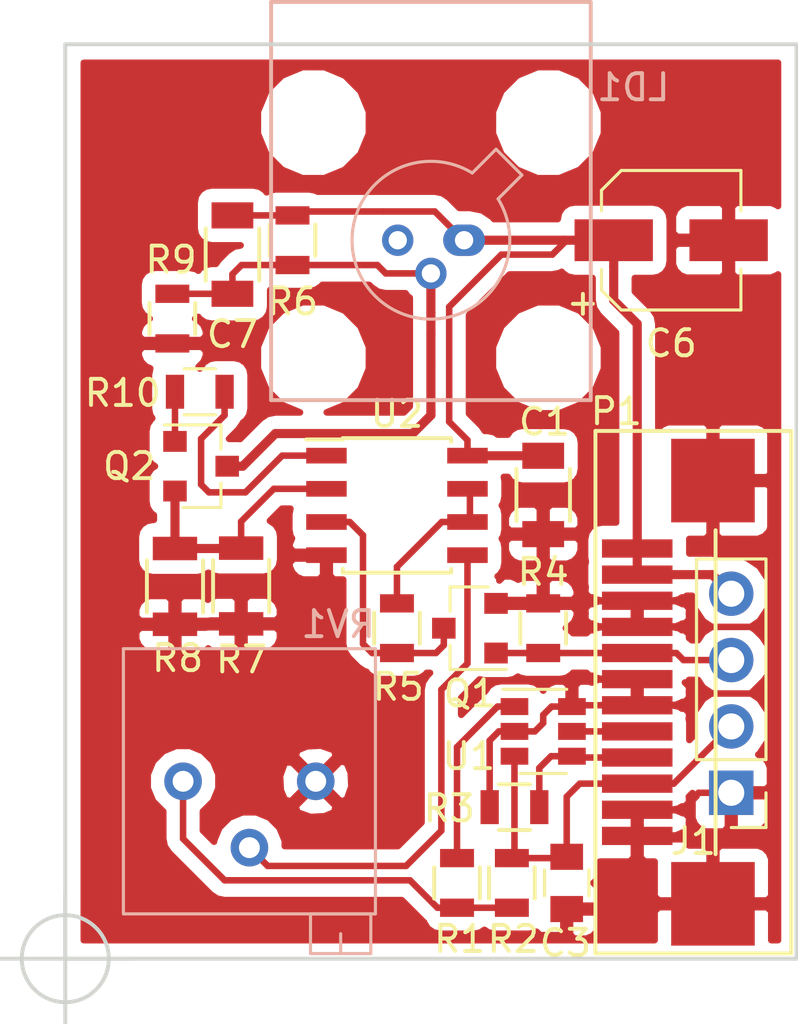
<source format=kicad_pcb>
(kicad_pcb (version 4) (host pcbnew 4.0.7)

  (general
    (links 56)
    (no_connects 0)
    (area -0.075001 -35.075001 28.075001 0.075001)
    (thickness 1.6)
    (drawings 5)
    (tracks 159)
    (zones 0)
    (modules 22)
    (nets 17)
  )

  (page A4)
  (title_block
    (title "PCB Laser Exposer - Diode Driver")
    (date 2018-06-20)
    (rev 2)
    (company "Io Engineering")
    (comment 1 "Terje Io")
    (comment 4 "Licensed under CERN OHL v.1.2 or later")
  )

  (layers
    (0 F.Cu signal)
    (31 B.Cu signal)
    (32 B.Adhes user)
    (33 F.Adhes user)
    (34 B.Paste user)
    (35 F.Paste user)
    (36 B.SilkS user)
    (37 F.SilkS user)
    (38 B.Mask user)
    (39 F.Mask user)
    (40 Dwgs.User user)
    (41 Cmts.User user)
    (42 Eco1.User user)
    (43 Eco2.User user)
    (44 Edge.Cuts user)
    (45 Margin user)
    (46 B.CrtYd user)
    (47 F.CrtYd user)
    (48 B.Fab user)
    (49 F.Fab user)
  )

  (setup
    (last_trace_width 0.25)
    (trace_clearance 0.2)
    (zone_clearance 0.508)
    (zone_45_only no)
    (trace_min 0.2)
    (segment_width 0.2)
    (edge_width 0.15)
    (via_size 0.6)
    (via_drill 0.4)
    (via_min_size 0.4)
    (via_min_drill 0.3)
    (uvia_size 0.3)
    (uvia_drill 0.1)
    (uvias_allowed no)
    (uvia_min_size 0.2)
    (uvia_min_drill 0.1)
    (pcb_text_width 0.3)
    (pcb_text_size 1.5 1.5)
    (mod_edge_width 0.15)
    (mod_text_size 1 1)
    (mod_text_width 0.15)
    (pad_size 3.2 3.2)
    (pad_drill 0)
    (pad_to_mask_clearance 0.2)
    (aux_axis_origin 0 0)
    (visible_elements 7FFFFFFF)
    (pcbplotparams
      (layerselection 0x00080_00000001)
      (usegerberextensions false)
      (excludeedgelayer false)
      (linewidth 0.100000)
      (plotframeref false)
      (viasonmask false)
      (mode 1)
      (useauxorigin false)
      (hpglpennumber 1)
      (hpglpenspeed 20)
      (hpglpendiameter 15)
      (hpglpenoverlay 2)
      (psnegative false)
      (psa4output false)
      (plotreference true)
      (plotvalue true)
      (plotinvisibletext false)
      (padsonsilk false)
      (subtractmaskfromsilk false)
      (outputformat 4)
      (mirror false)
      (drillshape 0)
      (scaleselection 1)
      (outputdirectory d:/pcb))
  )

  (net 0 "")
  (net 1 +12V)
  (net 2 GND)
  (net 3 +3V3)
  (net 4 "Net-(C7-Pad2)")
  (net 5 /SDA)
  (net 6 /SCL)
  (net 7 "Net-(Q1-Pad3)")
  (net 8 "Net-(R1-Pad1)")
  (net 9 "Net-(R1-Pad2)")
  (net 10 "Net-(R5-Pad1)")
  (net 11 "Net-(RV1-Pad2)")
  (net 12 "Net-(LD1-Pad3)")
  (net 13 /LASER)
  (net 14 "Net-(Q2-Pad1)")
  (net 15 "Net-(R10-Pad2)")
  (net 16 "Net-(Q2-Pad2)")

  (net_class Default "This is the default net class."
    (clearance 0.2)
    (trace_width 0.25)
    (via_dia 0.6)
    (via_drill 0.4)
    (uvia_dia 0.3)
    (uvia_drill 0.1)
    (add_net +12V)
    (add_net +3V3)
    (add_net /LASER)
    (add_net /SCL)
    (add_net /SDA)
    (add_net GND)
    (add_net "Net-(C7-Pad2)")
    (add_net "Net-(LD1-Pad3)")
    (add_net "Net-(Q1-Pad3)")
    (add_net "Net-(Q2-Pad1)")
    (add_net "Net-(Q2-Pad2)")
    (add_net "Net-(R1-Pad1)")
    (add_net "Net-(R1-Pad2)")
    (add_net "Net-(R10-Pad2)")
    (add_net "Net-(R5-Pad1)")
    (add_net "Net-(RV1-Pad2)")
  )

  (module Resistors_SMD:R_1206 (layer F.Cu) (tedit 5415CFA7) (tstamp 55EF46AF)
    (at 6.733502 -14.264942 270)
    (descr "Resistor SMD 1206, reflow soldering, Vishay (see dcrcw.pdf)")
    (tags "resistor 1206")
    (path /55EDFB6F)
    (attr smd)
    (fp_text reference R7 (at 2.814942 -0.016498 540) (layer F.SilkS)
      (effects (font (size 1 1) (thickness 0.15)))
    )
    (fp_text value 8R2 (at 0 0 270) (layer F.Fab)
      (effects (font (size 1 1) (thickness 0.15)))
    )
    (fp_line (start -2.2 -1.2) (end 2.2 -1.2) (layer F.CrtYd) (width 0.05))
    (fp_line (start -2.2 1.2) (end 2.2 1.2) (layer F.CrtYd) (width 0.05))
    (fp_line (start -2.2 -1.2) (end -2.2 1.2) (layer F.CrtYd) (width 0.05))
    (fp_line (start 2.2 -1.2) (end 2.2 1.2) (layer F.CrtYd) (width 0.05))
    (fp_line (start 1 1.075) (end -1 1.075) (layer F.SilkS) (width 0.15))
    (fp_line (start -1 -1.075) (end 1 -1.075) (layer F.SilkS) (width 0.15))
    (pad 1 smd rect (at -1.45 0 270) (size 0.9 1.7) (layers F.Cu F.Paste F.Mask)
      (net 16 "Net-(Q2-Pad2)"))
    (pad 2 smd rect (at 1.45 0 270) (size 0.9 1.7) (layers F.Cu F.Paste F.Mask)
      (net 2 GND))
    (model Resistors_SMD.3dshapes/R_1206.wrl
      (at (xyz 0 0 0))
      (scale (xyz 1 1 1))
      (rotate (xyz 0 0 0))
    )
  )

  (module Resistors_SMD:R_1206 (layer F.Cu) (tedit 5415CFA7) (tstamp 55EF46B4)
    (at 4.2 -14.25 270)
    (descr "Resistor SMD 1206, reflow soldering, Vishay (see dcrcw.pdf)")
    (tags "resistor 1206")
    (path /55EDFBA6)
    (attr smd)
    (fp_text reference R8 (at 2.75 -0.1 540) (layer F.SilkS)
      (effects (font (size 1 1) (thickness 0.15)))
    )
    (fp_text value 8R2 (at 0 0 450) (layer F.Fab)
      (effects (font (size 1 1) (thickness 0.15)))
    )
    (fp_line (start -2.2 -1.2) (end 2.2 -1.2) (layer F.CrtYd) (width 0.05))
    (fp_line (start -2.2 1.2) (end 2.2 1.2) (layer F.CrtYd) (width 0.05))
    (fp_line (start -2.2 -1.2) (end -2.2 1.2) (layer F.CrtYd) (width 0.05))
    (fp_line (start 2.2 -1.2) (end 2.2 1.2) (layer F.CrtYd) (width 0.05))
    (fp_line (start 1 1.075) (end -1 1.075) (layer F.SilkS) (width 0.15))
    (fp_line (start -1 -1.075) (end 1 -1.075) (layer F.SilkS) (width 0.15))
    (pad 1 smd rect (at -1.45 0 270) (size 0.9 1.7) (layers F.Cu F.Paste F.Mask)
      (net 16 "Net-(Q2-Pad2)"))
    (pad 2 smd rect (at 1.45 0 270) (size 0.9 1.7) (layers F.Cu F.Paste F.Mask)
      (net 2 GND))
    (model Resistors_SMD.3dshapes/R_1206.wrl
      (at (xyz 0 0 0))
      (scale (xyz 1 1 1))
      (rotate (xyz 0 0 0))
    )
  )

  (module Capacitors_SMD:C_1206 (layer F.Cu) (tedit 5415D7BD) (tstamp 55EF5648)
    (at 18.3 -17.75 270)
    (descr "Capacitor SMD 1206, reflow soldering, AVX (see smccp.pdf)")
    (tags "capacitor 1206")
    (path /55EDFF8D)
    (attr smd)
    (fp_text reference C1 (at -2.8 -0.05 540) (layer F.SilkS)
      (effects (font (size 1 1) (thickness 0.15)))
    )
    (fp_text value 100nF (at 0 2.3 270) (layer F.Fab)
      (effects (font (size 1 1) (thickness 0.15)))
    )
    (fp_line (start -2.3 -1.15) (end 2.3 -1.15) (layer F.CrtYd) (width 0.05))
    (fp_line (start -2.3 1.15) (end 2.3 1.15) (layer F.CrtYd) (width 0.05))
    (fp_line (start -2.3 -1.15) (end -2.3 1.15) (layer F.CrtYd) (width 0.05))
    (fp_line (start 2.3 -1.15) (end 2.3 1.15) (layer F.CrtYd) (width 0.05))
    (fp_line (start 1 -1.025) (end -1 -1.025) (layer F.SilkS) (width 0.15))
    (fp_line (start -1 1.025) (end 1 1.025) (layer F.SilkS) (width 0.15))
    (pad 1 smd rect (at -1.5 0 270) (size 1 1.6) (layers F.Cu F.Paste F.Mask)
      (net 1 +12V))
    (pad 2 smd rect (at 1.5 0 270) (size 1 1.6) (layers F.Cu F.Paste F.Mask)
      (net 2 GND))
    (model Capacitors_SMD.3dshapes/C_1206.wrl
      (at (xyz 0 0 0))
      (scale (xyz 1 1 1))
      (rotate (xyz 0 0 0))
    )
  )

  (module Capacitors_SMD:C_1206 (layer F.Cu) (tedit 5415D7BD) (tstamp 55EF5657)
    (at 6.4 -26.95 270)
    (descr "Capacitor SMD 1206, reflow soldering, AVX (see smccp.pdf)")
    (tags "capacitor 1206")
    (path /55EDFDBE)
    (attr smd)
    (fp_text reference C7 (at 3.05 0 540) (layer F.SilkS)
      (effects (font (size 1 1) (thickness 0.15)))
    )
    (fp_text value 1nF (at 0.15 -0.1 270) (layer F.Fab)
      (effects (font (size 1 1) (thickness 0.15)))
    )
    (fp_line (start -2.3 -1.15) (end 2.3 -1.15) (layer F.CrtYd) (width 0.05))
    (fp_line (start -2.3 1.15) (end 2.3 1.15) (layer F.CrtYd) (width 0.05))
    (fp_line (start -2.3 -1.15) (end -2.3 1.15) (layer F.CrtYd) (width 0.05))
    (fp_line (start 2.3 -1.15) (end 2.3 1.15) (layer F.CrtYd) (width 0.05))
    (fp_line (start 1 -1.025) (end -1 -1.025) (layer F.SilkS) (width 0.15))
    (fp_line (start -1 1.025) (end 1 1.025) (layer F.SilkS) (width 0.15))
    (pad 1 smd rect (at -1.5 0 270) (size 1 1.6) (layers F.Cu F.Paste F.Mask)
      (net 1 +12V))
    (pad 2 smd rect (at 1.5 0 270) (size 1 1.6) (layers F.Cu F.Paste F.Mask)
      (net 4 "Net-(C7-Pad2)"))
    (model Capacitors_SMD.3dshapes/C_1206.wrl
      (at (xyz 0 0 0))
      (scale (xyz 1 1 1))
      (rotate (xyz 0 0 0))
    )
  )

  (module Pin_Headers:Pin_Header_Straight_1x04_Pitch2.54mm (layer F.Cu) (tedit 59650532) (tstamp 59BBCA55)
    (at 25.5 -6.35 180)
    (descr "Through hole straight pin header, 1x04, 2.54mm pitch, single row")
    (tags "Through hole pin header THT 1x04 2.54mm single row")
    (path /59BBCA47)
    (fp_text reference J1 (at 1.45 -1.85 180) (layer F.SilkS)
      (effects (font (size 1 1) (thickness 0.15)))
    )
    (fp_text value Controller (at 0 4.1 270) (layer F.Fab)
      (effects (font (size 1 1) (thickness 0.15)))
    )
    (fp_line (start -0.635 -1.27) (end 1.27 -1.27) (layer F.Fab) (width 0.1))
    (fp_line (start 1.27 -1.27) (end 1.27 8.89) (layer F.Fab) (width 0.1))
    (fp_line (start 1.27 8.89) (end -1.27 8.89) (layer F.Fab) (width 0.1))
    (fp_line (start -1.27 8.89) (end -1.27 -0.635) (layer F.Fab) (width 0.1))
    (fp_line (start -1.27 -0.635) (end -0.635 -1.27) (layer F.Fab) (width 0.1))
    (fp_line (start -1.33 8.95) (end 1.33 8.95) (layer F.SilkS) (width 0.12))
    (fp_line (start -1.33 1.27) (end -1.33 8.95) (layer F.SilkS) (width 0.12))
    (fp_line (start 1.33 1.27) (end 1.33 8.95) (layer F.SilkS) (width 0.12))
    (fp_line (start -1.33 1.27) (end 1.33 1.27) (layer F.SilkS) (width 0.12))
    (fp_line (start -1.33 0) (end -1.33 -1.33) (layer F.SilkS) (width 0.12))
    (fp_line (start -1.33 -1.33) (end 0 -1.33) (layer F.SilkS) (width 0.12))
    (fp_line (start -1.8 -1.8) (end -1.8 9.4) (layer F.CrtYd) (width 0.05))
    (fp_line (start -1.8 9.4) (end 1.8 9.4) (layer F.CrtYd) (width 0.05))
    (fp_line (start 1.8 9.4) (end 1.8 -1.8) (layer F.CrtYd) (width 0.05))
    (fp_line (start 1.8 -1.8) (end -1.8 -1.8) (layer F.CrtYd) (width 0.05))
    (fp_text user %R (at 0 3.81 270) (layer F.Fab)
      (effects (font (size 1 1) (thickness 0.15)))
    )
    (pad 1 thru_hole rect (at 0 0 180) (size 1.7 1.7) (drill 1) (layers *.Cu *.Mask)
      (net 2 GND))
    (pad 2 thru_hole oval (at 0 2.54 180) (size 1.7 1.7) (drill 1) (layers *.Cu *.Mask)
      (net 3 +3V3))
    (pad 3 thru_hole oval (at 0 5.08 180) (size 1.7 1.7) (drill 1) (layers *.Cu *.Mask)
      (net 13 /LASER))
    (pad 4 thru_hole oval (at 0 7.62 180) (size 1.7 1.7) (drill 1) (layers *.Cu *.Mask)
      (net 1 +12V))
  )

  (module Potentiometers:Potentiometer_Trimmer_Bourns_3296P (layer B.Cu) (tedit 59C35F0C) (tstamp 59BF4E7D)
    (at 9.59 -6.79 90)
    (descr "Spindle Trimmer Potentiometer, Bourns 3296P, https://www.bourns.com/pdfs/3296.pdf")
    (tags "Spindle Trimmer Potentiometer   Bourns 3296P")
    (path /59C48C71)
    (fp_text reference RV1 (at 6.01 0.86 360) (layer B.SilkS)
      (effects (font (size 1 1) (thickness 0.15)) (justify mirror))
    )
    (fp_text value 5K (at -0.34 -2.69 180) (layer B.Fab)
      (effects (font (size 1 1) (thickness 0.15)) (justify mirror))
    )
    (fp_line (start -5.015 2.225) (end -5.015 -7.305) (layer B.Fab) (width 0.1))
    (fp_line (start -5.015 -7.305) (end 5.015 -7.305) (layer B.Fab) (width 0.1))
    (fp_line (start 5.015 -7.305) (end 5.015 2.225) (layer B.Fab) (width 0.1))
    (fp_line (start 5.015 2.225) (end -5.015 2.225) (layer B.Fab) (width 0.1))
    (fp_line (start -6.535 2.05) (end -6.535 -0.14) (layer B.Fab) (width 0.1))
    (fp_line (start -6.535 -0.14) (end -5.015 -0.14) (layer B.Fab) (width 0.1))
    (fp_line (start -5.015 -0.14) (end -5.015 2.05) (layer B.Fab) (width 0.1))
    (fp_line (start -5.015 2.05) (end -6.535 2.05) (layer B.Fab) (width 0.1))
    (fp_line (start -6.535 0.955) (end -5.775 0.955) (layer B.Fab) (width 0.1))
    (fp_line (start -5.075 2.285) (end 5.075 2.285) (layer B.SilkS) (width 0.12))
    (fp_line (start -5.075 -7.365) (end 5.075 -7.365) (layer B.SilkS) (width 0.12))
    (fp_line (start -5.075 2.285) (end -5.075 -7.365) (layer B.SilkS) (width 0.12))
    (fp_line (start 5.075 2.285) (end 5.075 -7.365) (layer B.SilkS) (width 0.12))
    (fp_line (start -6.595 2.109) (end -5.076 2.109) (layer B.SilkS) (width 0.12))
    (fp_line (start -6.595 -0.2) (end -5.076 -0.2) (layer B.SilkS) (width 0.12))
    (fp_line (start -6.595 2.109) (end -6.595 -0.2) (layer B.SilkS) (width 0.12))
    (fp_line (start -5.076 2.109) (end -5.076 -0.2) (layer B.SilkS) (width 0.12))
    (fp_line (start -6.595 0.955) (end -5.835 0.955) (layer B.SilkS) (width 0.12))
    (fp_line (start -6.8 2.5) (end -6.8 -7.6) (layer B.CrtYd) (width 0.05))
    (fp_line (start -6.8 -7.6) (end 5.3 -7.6) (layer B.CrtYd) (width 0.05))
    (fp_line (start 5.3 -7.6) (end 5.3 2.5) (layer B.CrtYd) (width 0.05))
    (fp_line (start 5.3 2.5) (end -6.8 2.5) (layer B.CrtYd) (width 0.05))
    (pad 1 thru_hole circle (at 0 0 90) (size 1.44 1.44) (drill 0.8) (layers *.Cu *.Mask)
      (net 2 GND))
    (pad 2 thru_hole circle (at -2.54 -2.54 90) (size 1.44 1.44) (drill 0.8) (layers *.Cu *.Mask)
      (net 11 "Net-(RV1-Pad2)"))
    (pad 3 thru_hole circle (at 0 -5.08 90) (size 1.44 1.44) (drill 0.8) (layers *.Cu *.Mask)
      (net 9 "Net-(R1-Pad2)"))
    (model Potentiometers.3dshapes/Potentiometer_Trimmer_Bourns_3296P.wrl
      (at (xyz 0 0 0))
      (scale (xyz 1 1 1))
      (rotate (xyz 0 0 -90))
    )
  )

  (module Resistors_SMD:R_0805 (layer F.Cu) (tedit 58307B54) (tstamp 59BCDB99)
    (at 15 -2.9 270)
    (descr "Resistor SMD 0805, reflow soldering, Vishay (see dcrcw.pdf)")
    (tags "resistor 0805")
    (path /55EE4D5C)
    (attr smd)
    (fp_text reference R1 (at 2.15 -0.1 360) (layer F.SilkS)
      (effects (font (size 1 1) (thickness 0.15)))
    )
    (fp_text value 39K (at 0.05 -0.05 270) (layer F.Fab)
      (effects (font (size 1 1) (thickness 0.15)))
    )
    (fp_line (start -1 0.625) (end -1 -0.625) (layer F.Fab) (width 0.1))
    (fp_line (start 1 0.625) (end -1 0.625) (layer F.Fab) (width 0.1))
    (fp_line (start 1 -0.625) (end 1 0.625) (layer F.Fab) (width 0.1))
    (fp_line (start -1 -0.625) (end 1 -0.625) (layer F.Fab) (width 0.1))
    (fp_line (start -1.6 -1) (end 1.6 -1) (layer F.CrtYd) (width 0.05))
    (fp_line (start -1.6 1) (end 1.6 1) (layer F.CrtYd) (width 0.05))
    (fp_line (start -1.6 -1) (end -1.6 1) (layer F.CrtYd) (width 0.05))
    (fp_line (start 1.6 -1) (end 1.6 1) (layer F.CrtYd) (width 0.05))
    (fp_line (start 0.6 0.875) (end -0.6 0.875) (layer F.SilkS) (width 0.15))
    (fp_line (start -0.6 -0.875) (end 0.6 -0.875) (layer F.SilkS) (width 0.15))
    (pad 1 smd rect (at -0.95 0 270) (size 0.7 1.3) (layers F.Cu F.Paste F.Mask)
      (net 8 "Net-(R1-Pad1)"))
    (pad 2 smd rect (at 0.95 0 270) (size 0.7 1.3) (layers F.Cu F.Paste F.Mask)
      (net 9 "Net-(R1-Pad2)"))
    (model Resistors_SMD.3dshapes/R_0805.wrl
      (at (xyz 0 0 0))
      (scale (xyz 1 1 1))
      (rotate (xyz 0 0 0))
    )
  )

  (module Resistors_SMD:R_0805 (layer F.Cu) (tedit 58307B54) (tstamp 59BCDBA8)
    (at 17.1 -2.9 270)
    (descr "Resistor SMD 0805, reflow soldering, Vishay (see dcrcw.pdf)")
    (tags "resistor 0805")
    (path /59B8B0F7)
    (attr smd)
    (fp_text reference R2 (at 2.15 -0.05 360) (layer F.SilkS)
      (effects (font (size 1 1) (thickness 0.15)))
    )
    (fp_text value 39K (at 0.05 -0.05 270) (layer F.Fab)
      (effects (font (size 1 1) (thickness 0.15)))
    )
    (fp_line (start -1 0.625) (end -1 -0.625) (layer F.Fab) (width 0.1))
    (fp_line (start 1 0.625) (end -1 0.625) (layer F.Fab) (width 0.1))
    (fp_line (start 1 -0.625) (end 1 0.625) (layer F.Fab) (width 0.1))
    (fp_line (start -1 -0.625) (end 1 -0.625) (layer F.Fab) (width 0.1))
    (fp_line (start -1.6 -1) (end 1.6 -1) (layer F.CrtYd) (width 0.05))
    (fp_line (start -1.6 1) (end 1.6 1) (layer F.CrtYd) (width 0.05))
    (fp_line (start -1.6 -1) (end -1.6 1) (layer F.CrtYd) (width 0.05))
    (fp_line (start 1.6 -1) (end 1.6 1) (layer F.CrtYd) (width 0.05))
    (fp_line (start 0.6 0.875) (end -0.6 0.875) (layer F.SilkS) (width 0.15))
    (fp_line (start -0.6 -0.875) (end 0.6 -0.875) (layer F.SilkS) (width 0.15))
    (pad 1 smd rect (at -0.95 0 270) (size 0.7 1.3) (layers F.Cu F.Paste F.Mask)
      (net 3 +3V3))
    (pad 2 smd rect (at 0.95 0 270) (size 0.7 1.3) (layers F.Cu F.Paste F.Mask)
      (net 9 "Net-(R1-Pad2)"))
    (model Resistors_SMD.3dshapes/R_0805.wrl
      (at (xyz 0 0 0))
      (scale (xyz 1 1 1))
      (rotate (xyz 0 0 0))
    )
  )

  (module Resistors_SMD:R_0805 (layer F.Cu) (tedit 58307B54) (tstamp 59BCDBB7)
    (at 17.2 -5.8 180)
    (descr "Resistor SMD 0805, reflow soldering, Vishay (see dcrcw.pdf)")
    (tags "resistor 0805")
    (path /59B8CA77)
    (attr smd)
    (fp_text reference R3 (at 2.5 -0.05 180) (layer F.SilkS)
      (effects (font (size 1 1) (thickness 0.15)))
    )
    (fp_text value 0R (at 0.1 0 180) (layer F.Fab)
      (effects (font (size 1 1) (thickness 0.15)))
    )
    (fp_line (start -1 0.625) (end -1 -0.625) (layer F.Fab) (width 0.1))
    (fp_line (start 1 0.625) (end -1 0.625) (layer F.Fab) (width 0.1))
    (fp_line (start 1 -0.625) (end 1 0.625) (layer F.Fab) (width 0.1))
    (fp_line (start -1 -0.625) (end 1 -0.625) (layer F.Fab) (width 0.1))
    (fp_line (start -1.6 -1) (end 1.6 -1) (layer F.CrtYd) (width 0.05))
    (fp_line (start -1.6 1) (end 1.6 1) (layer F.CrtYd) (width 0.05))
    (fp_line (start -1.6 -1) (end -1.6 1) (layer F.CrtYd) (width 0.05))
    (fp_line (start 1.6 -1) (end 1.6 1) (layer F.CrtYd) (width 0.05))
    (fp_line (start 0.6 0.875) (end -0.6 0.875) (layer F.SilkS) (width 0.15))
    (fp_line (start -0.6 -0.875) (end 0.6 -0.875) (layer F.SilkS) (width 0.15))
    (pad 1 smd rect (at -0.95 0 180) (size 0.7 1.3) (layers F.Cu F.Paste F.Mask)
      (net 5 /SDA))
    (pad 2 smd rect (at 0.95 0 180) (size 0.7 1.3) (layers F.Cu F.Paste F.Mask)
      (net 2 GND))
    (model Resistors_SMD.3dshapes/R_0805.wrl
      (at (xyz 0 0 0))
      (scale (xyz 1 1 1))
      (rotate (xyz 0 0 0))
    )
  )

  (module Resistors_SMD:R_0805 (layer F.Cu) (tedit 58307B54) (tstamp 59BCDBC6)
    (at 18.3 -12.65 90)
    (descr "Resistor SMD 0805, reflow soldering, Vishay (see dcrcw.pdf)")
    (tags "resistor 0805")
    (path /55EDFC6B)
    (attr smd)
    (fp_text reference R4 (at 2.15 0 180) (layer F.SilkS)
      (effects (font (size 1 1) (thickness 0.15)))
    )
    (fp_text value 10K (at 0 0.15 90) (layer F.Fab)
      (effects (font (size 1 1) (thickness 0.15)))
    )
    (fp_line (start -1 0.625) (end -1 -0.625) (layer F.Fab) (width 0.1))
    (fp_line (start 1 0.625) (end -1 0.625) (layer F.Fab) (width 0.1))
    (fp_line (start 1 -0.625) (end 1 0.625) (layer F.Fab) (width 0.1))
    (fp_line (start -1 -0.625) (end 1 -0.625) (layer F.Fab) (width 0.1))
    (fp_line (start -1.6 -1) (end 1.6 -1) (layer F.CrtYd) (width 0.05))
    (fp_line (start -1.6 1) (end 1.6 1) (layer F.CrtYd) (width 0.05))
    (fp_line (start -1.6 -1) (end -1.6 1) (layer F.CrtYd) (width 0.05))
    (fp_line (start 1.6 -1) (end 1.6 1) (layer F.CrtYd) (width 0.05))
    (fp_line (start 0.6 0.875) (end -0.6 0.875) (layer F.SilkS) (width 0.15))
    (fp_line (start -0.6 -0.875) (end 0.6 -0.875) (layer F.SilkS) (width 0.15))
    (pad 1 smd rect (at -0.95 0 90) (size 0.7 1.3) (layers F.Cu F.Paste F.Mask)
      (net 13 /LASER))
    (pad 2 smd rect (at 0.95 0 90) (size 0.7 1.3) (layers F.Cu F.Paste F.Mask)
      (net 2 GND))
    (model Resistors_SMD.3dshapes/R_0805.wrl
      (at (xyz 0 0 0))
      (scale (xyz 1 1 1))
      (rotate (xyz 0 0 0))
    )
  )

  (module Resistors_SMD:R_0805 (layer F.Cu) (tedit 58307B54) (tstamp 59BCDBD5)
    (at 12.7 -12.65 270)
    (descr "Resistor SMD 0805, reflow soldering, Vishay (see dcrcw.pdf)")
    (tags "resistor 0805")
    (path /55EDFADB)
    (attr smd)
    (fp_text reference R5 (at 2.25 -0.05 360) (layer F.SilkS)
      (effects (font (size 1 1) (thickness 0.15)))
    )
    (fp_text value 10K (at 0 0 270) (layer F.Fab)
      (effects (font (size 1 1) (thickness 0.15)))
    )
    (fp_line (start -1 0.625) (end -1 -0.625) (layer F.Fab) (width 0.1))
    (fp_line (start 1 0.625) (end -1 0.625) (layer F.Fab) (width 0.1))
    (fp_line (start 1 -0.625) (end 1 0.625) (layer F.Fab) (width 0.1))
    (fp_line (start -1 -0.625) (end 1 -0.625) (layer F.Fab) (width 0.1))
    (fp_line (start -1.6 -1) (end 1.6 -1) (layer F.CrtYd) (width 0.05))
    (fp_line (start -1.6 1) (end 1.6 1) (layer F.CrtYd) (width 0.05))
    (fp_line (start -1.6 -1) (end -1.6 1) (layer F.CrtYd) (width 0.05))
    (fp_line (start 1.6 -1) (end 1.6 1) (layer F.CrtYd) (width 0.05))
    (fp_line (start 0.6 0.875) (end -0.6 0.875) (layer F.SilkS) (width 0.15))
    (fp_line (start -0.6 -0.875) (end 0.6 -0.875) (layer F.SilkS) (width 0.15))
    (pad 1 smd rect (at -0.95 0 270) (size 0.7 1.3) (layers F.Cu F.Paste F.Mask)
      (net 10 "Net-(R5-Pad1)"))
    (pad 2 smd rect (at 0.95 0 270) (size 0.7 1.3) (layers F.Cu F.Paste F.Mask)
      (net 7 "Net-(Q1-Pad3)"))
    (model Resistors_SMD.3dshapes/R_0805.wrl
      (at (xyz 0 0 0))
      (scale (xyz 1 1 1))
      (rotate (xyz 0 0 0))
    )
  )

  (module Resistors_SMD:R_0805 (layer F.Cu) (tedit 58307B54) (tstamp 59BCDBE4)
    (at 8.7 -27.5 270)
    (descr "Resistor SMD 0805, reflow soldering, Vishay (see dcrcw.pdf)")
    (tags "resistor 0805")
    (path /55EDFBDA)
    (attr smd)
    (fp_text reference R6 (at 2.35 0 360) (layer F.SilkS)
      (effects (font (size 1 1) (thickness 0.15)))
    )
    (fp_text value R (at -1.57 -0.1 270) (layer F.Fab)
      (effects (font (size 1 1) (thickness 0.15)))
    )
    (fp_line (start -1 0.625) (end -1 -0.625) (layer F.Fab) (width 0.1))
    (fp_line (start 1 0.625) (end -1 0.625) (layer F.Fab) (width 0.1))
    (fp_line (start 1 -0.625) (end 1 0.625) (layer F.Fab) (width 0.1))
    (fp_line (start -1 -0.625) (end 1 -0.625) (layer F.Fab) (width 0.1))
    (fp_line (start -1.6 -1) (end 1.6 -1) (layer F.CrtYd) (width 0.05))
    (fp_line (start -1.6 1) (end 1.6 1) (layer F.CrtYd) (width 0.05))
    (fp_line (start -1.6 -1) (end -1.6 1) (layer F.CrtYd) (width 0.05))
    (fp_line (start 1.6 -1) (end 1.6 1) (layer F.CrtYd) (width 0.05))
    (fp_line (start 0.6 0.875) (end -0.6 0.875) (layer F.SilkS) (width 0.15))
    (fp_line (start -0.6 -0.875) (end 0.6 -0.875) (layer F.SilkS) (width 0.15))
    (pad 1 smd rect (at -0.95 0 270) (size 0.7 1.3) (layers F.Cu F.Paste F.Mask)
      (net 1 +12V))
    (pad 2 smd rect (at 0.95 0 270) (size 0.7 1.3) (layers F.Cu F.Paste F.Mask)
      (net 4 "Net-(C7-Pad2)"))
    (model Resistors_SMD.3dshapes/R_0805.wrl
      (at (xyz 0 0 0))
      (scale (xyz 1 1 1))
      (rotate (xyz 0 0 0))
    )
  )

  (module Resistors_SMD:R_0805 (layer F.Cu) (tedit 58307B54) (tstamp 59BCDBF3)
    (at 4.1 -24.5 270)
    (descr "Resistor SMD 0805, reflow soldering, Vishay (see dcrcw.pdf)")
    (tags "resistor 0805")
    (path /55EDFC21)
    (attr smd)
    (fp_text reference R9 (at -2.25 0.05 360) (layer F.SilkS)
      (effects (font (size 1 1) (thickness 0.15)))
    )
    (fp_text value 1K8 (at 0 -0.1 270) (layer F.Fab)
      (effects (font (size 1 1) (thickness 0.15)))
    )
    (fp_line (start -1 0.625) (end -1 -0.625) (layer F.Fab) (width 0.1))
    (fp_line (start 1 0.625) (end -1 0.625) (layer F.Fab) (width 0.1))
    (fp_line (start 1 -0.625) (end 1 0.625) (layer F.Fab) (width 0.1))
    (fp_line (start -1 -0.625) (end 1 -0.625) (layer F.Fab) (width 0.1))
    (fp_line (start -1.6 -1) (end 1.6 -1) (layer F.CrtYd) (width 0.05))
    (fp_line (start -1.6 1) (end 1.6 1) (layer F.CrtYd) (width 0.05))
    (fp_line (start -1.6 -1) (end -1.6 1) (layer F.CrtYd) (width 0.05))
    (fp_line (start 1.6 -1) (end 1.6 1) (layer F.CrtYd) (width 0.05))
    (fp_line (start 0.6 0.875) (end -0.6 0.875) (layer F.SilkS) (width 0.15))
    (fp_line (start -0.6 -0.875) (end 0.6 -0.875) (layer F.SilkS) (width 0.15))
    (pad 1 smd rect (at -0.95 0 270) (size 0.7 1.3) (layers F.Cu F.Paste F.Mask)
      (net 4 "Net-(C7-Pad2)"))
    (pad 2 smd rect (at 0.95 0 270) (size 0.7 1.3) (layers F.Cu F.Paste F.Mask)
      (net 2 GND))
    (model Resistors_SMD.3dshapes/R_0805.wrl
      (at (xyz 0 0 0))
      (scale (xyz 1 1 1))
      (rotate (xyz 0 0 0))
    )
  )

  (module TO_SOT_Packages_SMD:SOT-23-6 (layer F.Cu) (tedit 583F3A97) (tstamp 59BCDC02)
    (at 18.3 -8.7)
    (descr "6-pin SOT-23 package")
    (tags SOT-23-6)
    (path /55EDF86C)
    (attr smd)
    (fp_text reference U1 (at -2.85 0.95) (layer F.SilkS)
      (effects (font (size 1 1) (thickness 0.15)))
    )
    (fp_text value MCP4725 (at -1.55 0 180) (layer F.Fab)
      (effects (font (size 1 1) (thickness 0.15)))
    )
    (fp_line (start -0.9 1.61) (end 0.9 1.61) (layer F.SilkS) (width 0.12))
    (fp_line (start 0.9 -1.61) (end -1.55 -1.61) (layer F.SilkS) (width 0.12))
    (fp_line (start 1.9 -1.8) (end -1.9 -1.8) (layer F.CrtYd) (width 0.05))
    (fp_line (start 1.9 1.8) (end 1.9 -1.8) (layer F.CrtYd) (width 0.05))
    (fp_line (start -1.9 1.8) (end 1.9 1.8) (layer F.CrtYd) (width 0.05))
    (fp_line (start -1.9 -1.8) (end -1.9 1.8) (layer F.CrtYd) (width 0.05))
    (fp_line (start -0.9 -0.9) (end -0.25 -1.55) (layer F.Fab) (width 0.1))
    (fp_line (start 0.9 -1.55) (end -0.25 -1.55) (layer F.Fab) (width 0.1))
    (fp_line (start -0.9 -0.9) (end -0.9 1.55) (layer F.Fab) (width 0.1))
    (fp_line (start 0.9 1.55) (end -0.9 1.55) (layer F.Fab) (width 0.1))
    (fp_line (start 0.9 -1.55) (end 0.9 1.55) (layer F.Fab) (width 0.1))
    (pad 1 smd rect (at -1.1 -0.95) (size 1.06 0.65) (layers F.Cu F.Paste F.Mask)
      (net 8 "Net-(R1-Pad1)"))
    (pad 2 smd rect (at -1.1 0) (size 1.06 0.65) (layers F.Cu F.Paste F.Mask)
      (net 2 GND))
    (pad 3 smd rect (at -1.1 0.95) (size 1.06 0.65) (layers F.Cu F.Paste F.Mask)
      (net 3 +3V3))
    (pad 4 smd rect (at 1.1 0.95) (size 1.06 0.65) (layers F.Cu F.Paste F.Mask)
      (net 5 /SDA))
    (pad 6 smd rect (at 1.1 -0.95) (size 1.06 0.65) (layers F.Cu F.Paste F.Mask)
      (net 2 GND))
    (pad 5 smd rect (at 1.1 0) (size 1.06 0.65) (layers F.Cu F.Paste F.Mask)
      (net 6 /SCL))
    (model TO_SOT_Packages_SMD.3dshapes/SOT-23-6.wrl
      (at (xyz 0 0 0))
      (scale (xyz 1 1 1))
      (rotate (xyz 0 0 0))
    )
  )

  (module Capacitors_SMD:C_0805 (layer F.Cu) (tedit 5415D6EA) (tstamp 59BD5DF7)
    (at 19.2 -2.9 270)
    (descr "Capacitor SMD 0805, reflow soldering, AVX (see smccp.pdf)")
    (tags "capacitor 0805")
    (path /55EDFF2F)
    (attr smd)
    (fp_text reference C3 (at 2.3 0.05 360) (layer F.SilkS)
      (effects (font (size 1 1) (thickness 0.15)))
    )
    (fp_text value 100nF (at 0.05 -0.05 270) (layer F.Fab)
      (effects (font (size 1 1) (thickness 0.15)))
    )
    (fp_line (start -1 0.625) (end -1 -0.625) (layer F.Fab) (width 0.1))
    (fp_line (start 1 0.625) (end -1 0.625) (layer F.Fab) (width 0.1))
    (fp_line (start 1 -0.625) (end 1 0.625) (layer F.Fab) (width 0.1))
    (fp_line (start -1 -0.625) (end 1 -0.625) (layer F.Fab) (width 0.1))
    (fp_line (start -1.8 -1) (end 1.8 -1) (layer F.CrtYd) (width 0.05))
    (fp_line (start -1.8 1) (end 1.8 1) (layer F.CrtYd) (width 0.05))
    (fp_line (start -1.8 -1) (end -1.8 1) (layer F.CrtYd) (width 0.05))
    (fp_line (start 1.8 -1) (end 1.8 1) (layer F.CrtYd) (width 0.05))
    (fp_line (start 0.5 -0.85) (end -0.5 -0.85) (layer F.SilkS) (width 0.12))
    (fp_line (start -0.5 0.85) (end 0.5 0.85) (layer F.SilkS) (width 0.12))
    (pad 1 smd rect (at -1 0 270) (size 1 1.25) (layers F.Cu F.Paste F.Mask)
      (net 3 +3V3))
    (pad 2 smd rect (at 1 0 270) (size 1 1.25) (layers F.Cu F.Paste F.Mask)
      (net 2 GND))
    (model Capacitors_SMD.3dshapes/C_0805.wrl
      (at (xyz 0 0 0))
      (scale (xyz 1 1 1))
      (rotate (xyz 0 0 0))
    )
  )

  (module Housings_SOIC:SOIC-8_3.9x4.9mm_Pitch1.27mm (layer F.Cu) (tedit 54130A77) (tstamp 59C466B8)
    (at 12.7 -17.35)
    (descr "8-Lead Plastic Small Outline (SN) - Narrow, 3.90 mm Body [SOIC] (see Microchip Packaging Specification 00000049BS.pdf)")
    (tags "SOIC 1.27")
    (path /59C4648E)
    (attr smd)
    (fp_text reference U2 (at 0 -3.5) (layer F.SilkS)
      (effects (font (size 1 1) (thickness 0.15)))
    )
    (fp_text value LM358 (at 0.05 -0.05 90) (layer F.Fab)
      (effects (font (size 1 1) (thickness 0.15)))
    )
    (fp_line (start -0.95 -2.45) (end 1.95 -2.45) (layer F.Fab) (width 0.15))
    (fp_line (start 1.95 -2.45) (end 1.95 2.45) (layer F.Fab) (width 0.15))
    (fp_line (start 1.95 2.45) (end -1.95 2.45) (layer F.Fab) (width 0.15))
    (fp_line (start -1.95 2.45) (end -1.95 -1.45) (layer F.Fab) (width 0.15))
    (fp_line (start -1.95 -1.45) (end -0.95 -2.45) (layer F.Fab) (width 0.15))
    (fp_line (start -3.75 -2.75) (end -3.75 2.75) (layer F.CrtYd) (width 0.05))
    (fp_line (start 3.75 -2.75) (end 3.75 2.75) (layer F.CrtYd) (width 0.05))
    (fp_line (start -3.75 -2.75) (end 3.75 -2.75) (layer F.CrtYd) (width 0.05))
    (fp_line (start -3.75 2.75) (end 3.75 2.75) (layer F.CrtYd) (width 0.05))
    (fp_line (start -2.075 -2.575) (end -2.075 -2.525) (layer F.SilkS) (width 0.15))
    (fp_line (start 2.075 -2.575) (end 2.075 -2.43) (layer F.SilkS) (width 0.15))
    (fp_line (start 2.075 2.575) (end 2.075 2.43) (layer F.SilkS) (width 0.15))
    (fp_line (start -2.075 2.575) (end -2.075 2.43) (layer F.SilkS) (width 0.15))
    (fp_line (start -2.075 -2.575) (end 2.075 -2.575) (layer F.SilkS) (width 0.15))
    (fp_line (start -2.075 2.575) (end 2.075 2.575) (layer F.SilkS) (width 0.15))
    (fp_line (start -2.075 -2.525) (end -3.475 -2.525) (layer F.SilkS) (width 0.15))
    (pad 1 smd rect (at -2.7 -1.905) (size 1.55 0.6) (layers F.Cu F.Paste F.Mask)
      (net 15 "Net-(R10-Pad2)"))
    (pad 2 smd rect (at -2.7 -0.635) (size 1.55 0.6) (layers F.Cu F.Paste F.Mask)
      (net 16 "Net-(Q2-Pad2)"))
    (pad 3 smd rect (at -2.7 0.635) (size 1.55 0.6) (layers F.Cu F.Paste F.Mask)
      (net 7 "Net-(Q1-Pad3)"))
    (pad 4 smd rect (at -2.7 1.905) (size 1.55 0.6) (layers F.Cu F.Paste F.Mask)
      (net 2 GND))
    (pad 5 smd rect (at 2.7 1.905) (size 1.55 0.6) (layers F.Cu F.Paste F.Mask)
      (net 11 "Net-(RV1-Pad2)"))
    (pad 6 smd rect (at 2.7 0.635) (size 1.55 0.6) (layers F.Cu F.Paste F.Mask)
      (net 10 "Net-(R5-Pad1)"))
    (pad 7 smd rect (at 2.7 -0.635) (size 1.55 0.6) (layers F.Cu F.Paste F.Mask)
      (net 10 "Net-(R5-Pad1)"))
    (pad 8 smd rect (at 2.7 -1.905) (size 1.55 0.6) (layers F.Cu F.Paste F.Mask)
      (net 1 +12V))
    (model Housings_SOIC.3dshapes/SOIC-8_3.9x4.9mm_Pitch1.27mm.wrl
      (at (xyz 0 0 0))
      (scale (xyz 1 1 1))
      (rotate (xyz 0 0 0))
    )
  )

  (module Capacitors_SMD:CP_Elec_5x4.5 (layer F.Cu) (tedit 58AA8639) (tstamp 59C5E768)
    (at 23.2 -27.5)
    (descr "SMT capacitor, aluminium electrolytic, 5x4.5")
    (path /55EE0231)
    (attr smd)
    (fp_text reference C6 (at 0 3.95) (layer F.SilkS)
      (effects (font (size 1 1) (thickness 0.15)))
    )
    (fp_text value 100uF/16V (at 0.2 0.1) (layer F.Fab)
      (effects (font (size 1 1) (thickness 0.15)))
    )
    (fp_circle (center 0 0) (end 0.1 2.4) (layer F.Fab) (width 0.1))
    (fp_text user + (at -1.37 -0.08) (layer F.Fab)
      (effects (font (size 1 1) (thickness 0.15)))
    )
    (fp_text user + (at -3.38 2.36) (layer F.SilkS)
      (effects (font (size 1 1) (thickness 0.15)))
    )
    (fp_text user %R (at 0 3.92) (layer F.Fab)
      (effects (font (size 1 1) (thickness 0.15)))
    )
    (fp_line (start 2.51 2.51) (end 2.51 -2.51) (layer F.Fab) (width 0.1))
    (fp_line (start -1.84 2.51) (end 2.51 2.51) (layer F.Fab) (width 0.1))
    (fp_line (start -2.51 1.84) (end -1.84 2.51) (layer F.Fab) (width 0.1))
    (fp_line (start -2.51 -1.84) (end -2.51 1.84) (layer F.Fab) (width 0.1))
    (fp_line (start -1.84 -2.51) (end -2.51 -1.84) (layer F.Fab) (width 0.1))
    (fp_line (start 2.51 -2.51) (end -1.84 -2.51) (layer F.Fab) (width 0.1))
    (fp_line (start 2.67 2.67) (end 2.67 1.12) (layer F.SilkS) (width 0.12))
    (fp_line (start 2.67 -2.67) (end 2.67 -1.12) (layer F.SilkS) (width 0.12))
    (fp_line (start -2.67 -1.91) (end -2.67 -1.12) (layer F.SilkS) (width 0.12))
    (fp_line (start -2.67 1.91) (end -2.67 1.12) (layer F.SilkS) (width 0.12))
    (fp_line (start 2.67 -2.67) (end -1.91 -2.67) (layer F.SilkS) (width 0.12))
    (fp_line (start -1.91 -2.67) (end -2.67 -1.91) (layer F.SilkS) (width 0.12))
    (fp_line (start -2.67 1.91) (end -1.91 2.67) (layer F.SilkS) (width 0.12))
    (fp_line (start -1.91 2.67) (end 2.67 2.67) (layer F.SilkS) (width 0.12))
    (fp_line (start -3.95 -2.77) (end 3.95 -2.77) (layer F.CrtYd) (width 0.05))
    (fp_line (start -3.95 -2.77) (end -3.95 2.76) (layer F.CrtYd) (width 0.05))
    (fp_line (start 3.95 2.76) (end 3.95 -2.77) (layer F.CrtYd) (width 0.05))
    (fp_line (start 3.95 2.76) (end -3.95 2.76) (layer F.CrtYd) (width 0.05))
    (pad 1 smd rect (at -2.2 0 180) (size 3 1.6) (layers F.Cu F.Paste F.Mask)
      (net 1 +12V))
    (pad 2 smd rect (at 2.2 0 180) (size 3 1.6) (layers F.Cu F.Paste F.Mask)
      (net 2 GND))
    (model Capacitors_SMD.3dshapes/CP_Elec_5x4.5.wrl
      (at (xyz 0 0 0))
      (scale (xyz 1 1 1))
      (rotate (xyz 0 0 180))
    )
  )

  (module TO_SOT_Packages_SMD:SOT-23 (layer F.Cu) (tedit 58CE4E7E) (tstamp 59BCDB86)
    (at 15.494 -12.65 180)
    (descr "SOT-23, Standard")
    (tags SOT-23)
    (path /59C689EE)
    (attr smd)
    (fp_text reference Q1 (at 0 -2.5 180) (layer F.SilkS)
      (effects (font (size 1 1) (thickness 0.15)))
    )
    (fp_text value 2N7002 (at 0.044 -0.4 270) (layer F.Fab)
      (effects (font (size 1 1) (thickness 0.15)))
    )
    (fp_text user %R (at 0 0 270) (layer F.Fab)
      (effects (font (size 0.5 0.5) (thickness 0.075)))
    )
    (fp_line (start -0.7 -0.95) (end -0.7 1.5) (layer F.Fab) (width 0.1))
    (fp_line (start -0.15 -1.52) (end 0.7 -1.52) (layer F.Fab) (width 0.1))
    (fp_line (start -0.7 -0.95) (end -0.15 -1.52) (layer F.Fab) (width 0.1))
    (fp_line (start 0.7 -1.52) (end 0.7 1.52) (layer F.Fab) (width 0.1))
    (fp_line (start -0.7 1.52) (end 0.7 1.52) (layer F.Fab) (width 0.1))
    (fp_line (start 0.76 1.58) (end 0.76 0.65) (layer F.SilkS) (width 0.12))
    (fp_line (start 0.76 -1.58) (end 0.76 -0.65) (layer F.SilkS) (width 0.12))
    (fp_line (start -1.7 -1.75) (end 1.7 -1.75) (layer F.CrtYd) (width 0.05))
    (fp_line (start 1.7 -1.75) (end 1.7 1.75) (layer F.CrtYd) (width 0.05))
    (fp_line (start 1.7 1.75) (end -1.7 1.75) (layer F.CrtYd) (width 0.05))
    (fp_line (start -1.7 1.75) (end -1.7 -1.75) (layer F.CrtYd) (width 0.05))
    (fp_line (start 0.76 -1.58) (end -1.4 -1.58) (layer F.SilkS) (width 0.12))
    (fp_line (start 0.76 1.58) (end -0.7 1.58) (layer F.SilkS) (width 0.12))
    (pad 1 smd rect (at -1 -0.95 180) (size 0.9 0.8) (layers F.Cu F.Paste F.Mask)
      (net 13 /LASER))
    (pad 2 smd rect (at -1 0.95 180) (size 0.9 0.8) (layers F.Cu F.Paste F.Mask)
      (net 2 GND))
    (pad 3 smd rect (at 1 0 180) (size 0.9 0.8) (layers F.Cu F.Paste F.Mask)
      (net 7 "Net-(Q1-Pad3)"))
    (model ${KISYS3DMOD}/TO_SOT_Packages_SMD.3dshapes/SOT-23.wrl
      (at (xyz 0 0 0))
      (scale (xyz 1 1 1))
      (rotate (xyz 0 0 0))
    )
  )

  (module TO_SOT_Packages_SMD:SOT-23 (layer F.Cu) (tedit 58CE4E7E) (tstamp 59BF4E6A)
    (at 5.2 -18.85)
    (descr "SOT-23, Standard")
    (tags SOT-23)
    (path /59C5F40E)
    (attr smd)
    (fp_text reference Q2 (at -2.75 0) (layer F.SilkS)
      (effects (font (size 1 1) (thickness 0.15)))
    )
    (fp_text value BC847 (at 0.25 0.35) (layer F.Fab)
      (effects (font (size 1 1) (thickness 0.15)))
    )
    (fp_text user %R (at 0 0 90) (layer F.Fab)
      (effects (font (size 0.5 0.5) (thickness 0.075)))
    )
    (fp_line (start -0.7 -0.95) (end -0.7 1.5) (layer F.Fab) (width 0.1))
    (fp_line (start -0.15 -1.52) (end 0.7 -1.52) (layer F.Fab) (width 0.1))
    (fp_line (start -0.7 -0.95) (end -0.15 -1.52) (layer F.Fab) (width 0.1))
    (fp_line (start 0.7 -1.52) (end 0.7 1.52) (layer F.Fab) (width 0.1))
    (fp_line (start -0.7 1.52) (end 0.7 1.52) (layer F.Fab) (width 0.1))
    (fp_line (start 0.76 1.58) (end 0.76 0.65) (layer F.SilkS) (width 0.12))
    (fp_line (start 0.76 -1.58) (end 0.76 -0.65) (layer F.SilkS) (width 0.12))
    (fp_line (start -1.7 -1.75) (end 1.7 -1.75) (layer F.CrtYd) (width 0.05))
    (fp_line (start 1.7 -1.75) (end 1.7 1.75) (layer F.CrtYd) (width 0.05))
    (fp_line (start 1.7 1.75) (end -1.7 1.75) (layer F.CrtYd) (width 0.05))
    (fp_line (start -1.7 1.75) (end -1.7 -1.75) (layer F.CrtYd) (width 0.05))
    (fp_line (start 0.76 -1.58) (end -1.4 -1.58) (layer F.SilkS) (width 0.12))
    (fp_line (start 0.76 1.58) (end -0.7 1.58) (layer F.SilkS) (width 0.12))
    (pad 1 smd rect (at -1 -0.95) (size 0.9 0.8) (layers F.Cu F.Paste F.Mask)
      (net 14 "Net-(Q2-Pad1)"))
    (pad 2 smd rect (at -1 0.95) (size 0.9 0.8) (layers F.Cu F.Paste F.Mask)
      (net 16 "Net-(Q2-Pad2)"))
    (pad 3 smd rect (at 1 0) (size 0.9 0.8) (layers F.Cu F.Paste F.Mask)
      (net 4 "Net-(C7-Pad2)"))
    (model ${KISYS3DMOD}/TO_SOT_Packages_SMD.3dshapes/SOT-23.wrl
      (at (xyz 0 0 0))
      (scale (xyz 1 1 1))
      (rotate (xyz 0 0 0))
    )
  )

  (module IoEngineering:MOLEX_52271-1279 (layer F.Cu) (tedit 55EF2017) (tstamp 55EF2A38)
    (at 21.9 -10.2 90)
    (path /5B29F7A9)
    (fp_text reference P1 (at 10.75 -0.8 180) (layer F.SilkS)
      (effects (font (size 1 1) (thickness 0.15)))
    )
    (fp_text value CONN_01X14 (at -0.3 0.05 90) (layer F.Fab)
      (effects (font (size 1 1) (thickness 0.15)))
    )
    (fp_line (start -10 -1.6) (end -10 5.9) (layer F.SilkS) (width 0.15))
    (fp_line (start -6.2 3) (end 6.2 3) (layer F.SilkS) (width 0.15))
    (fp_line (start 10 5.9) (end -10 5.9) (layer F.SilkS) (width 0.15))
    (fp_line (start 10 -1.6) (end 10 5.9) (layer F.SilkS) (width 0.15))
    (fp_line (start -10 -1.6) (end 10 -1.6) (layer F.SilkS) (width 0.15))
    (pad 1 smd rect (at -5.5 0 90) (size 0.7 2.7) (layers F.Cu F.Paste F.Mask)
      (net 2 GND))
    (pad 2 smd rect (at -4.5 0 90) (size 0.7 2.7) (layers F.Cu F.Paste F.Mask)
      (net 2 GND))
    (pad 3 smd rect (at -3.5 0 90) (size 0.7 2.7) (layers F.Cu F.Paste F.Mask)
      (net 3 +3V3))
    (pad 4 smd rect (at -2.5 0 90) (size 0.7 2.7) (layers F.Cu F.Paste F.Mask)
      (net 5 /SDA))
    (pad 5 smd rect (at -1.5 0 90) (size 0.7 2.7) (layers F.Cu F.Paste F.Mask)
      (net 6 /SCL))
    (pad 6 smd rect (at -0.5 0 90) (size 0.7 2.7) (layers F.Cu F.Paste F.Mask)
      (net 2 GND))
    (pad 7 smd rect (at 0.5 0 90) (size 0.7 2.7) (layers F.Cu F.Paste F.Mask)
      (net 2 GND))
    (pad 8 smd rect (at 1.5 0 90) (size 0.7 2.7) (layers F.Cu F.Paste F.Mask)
      (net 13 /LASER))
    (pad 9 smd rect (at 2.5 0 90) (size 0.7 2.7) (layers F.Cu F.Paste F.Mask)
      (net 2 GND))
    (pad 10 smd rect (at 3.5 0 90) (size 0.7 2.7) (layers F.Cu F.Paste F.Mask)
      (net 2 GND))
    (pad 11 smd rect (at 4.5 0 90) (size 0.7 2.7) (layers F.Cu F.Paste F.Mask)
      (net 1 +12V))
    (pad 12 smd rect (at 5.5 0 90) (size 0.7 2.7) (layers F.Cu F.Paste F.Mask)
      (net 1 +12V))
    (pad 13 smd rect (at -8.1 2.9 90) (size 3.2 3.2) (layers F.Cu F.Paste F.Mask)
      (net 2 GND))
    (pad 14 smd rect (at 8.1 2.9 90) (size 3.2 3.2) (layers F.Cu F.Paste F.Mask)
      (net 2 GND))
    (model Connectors.3dshapes/MOLEX_52271-1279.wrl
      (at (xyz 0 0 0))
      (scale (xyz 1 1 1))
      (rotate (xyz 0 0 0))
    )
  )

  (module IoEngineering:TO-18-3_Laser_brass_host (layer B.Cu) (tedit 5B138E46) (tstamp 5B12853D)
    (at 15.27 -27.5 180)
    (descr "TO-18-3_Lens, Lens")
    (tags "TO-18-3_Lens Lens")
    (path /59B8A187)
    (fp_text reference LD1 (at -6.48 5.85 180) (layer B.SilkS)
      (effects (font (size 1 1) (thickness 0.15)) (justify mirror))
    )
    (fp_text value SLD3235VF (at 1.14 -7.06 180) (layer B.Fab)
      (effects (font (size 1 1) (thickness 0.15)) (justify mirror))
    )
    (fp_line (start -4.73 -6) (end -4.73 9) (layer B.Fab) (width 0.15))
    (fp_line (start 7.27 -6) (end -4.73 -6) (layer B.Fab) (width 0.15))
    (fp_line (start 7.27 9) (end 7.27 -6) (layer B.Fab) (width 0.15))
    (fp_line (start -4.73 9) (end 7.27 9) (layer B.Fab) (width 0.15))
    (fp_line (start -4.85 -6.12) (end -4.85 9.12) (layer B.SilkS) (width 0.15))
    (fp_line (start 7.39 -6.12) (end -4.85 -6.12) (layer B.SilkS) (width 0.15))
    (fp_line (start 7.39 9.12) (end 7.39 -6.12) (layer B.SilkS) (width 0.15))
    (fp_line (start -4.83 9.12) (end 7.39 9.12) (layer B.SilkS) (width 0.15))
    (fp_text user %R (at -6.53 5.75 180) (layer B.Fab)
      (effects (font (size 1 1) (thickness 0.15)) (justify mirror))
    )
    (fp_line (start -0.329057 2.419301) (end -1.156372 3.246616) (layer B.Fab) (width 0.1))
    (fp_line (start -1.156372 3.246616) (end -1.976616 2.426372) (layer B.Fab) (width 0.1))
    (fp_line (start -1.976616 2.426372) (end -1.149301 1.599057) (layer B.Fab) (width 0.1))
    (fp_line (start 1.553 1.98) (end 3.25 0.283) (layer B.Fab) (width 0.1))
    (fp_line (start 0.987 1.98) (end 3.25 -0.283) (layer B.Fab) (width 0.1))
    (fp_line (start 0.539 1.862) (end 3.132 -0.731) (layer B.Fab) (width 0.1))
    (fp_line (start 0.167 1.669) (end 2.939 -1.103) (layer B.Fab) (width 0.1))
    (fp_line (start -0.145 1.415) (end 2.685 -1.415) (layer B.Fab) (width 0.1))
    (fp_line (start -0.399 1.103) (end 2.373 -1.669) (layer B.Fab) (width 0.1))
    (fp_line (start -0.592 0.731) (end 2.001 -1.862) (layer B.Fab) (width 0.1))
    (fp_line (start -0.71 0.283) (end 1.553 -1.98) (layer B.Fab) (width 0.1))
    (fp_line (start -0.71 -0.283) (end 0.987 -1.98) (layer B.Fab) (width 0.1))
    (fp_line (start -0.312331 2.572281) (end -1.224499 3.484448) (layer B.SilkS) (width 0.12))
    (fp_line (start -1.224499 3.484448) (end -2.214448 2.494499) (layer B.SilkS) (width 0.12))
    (fp_line (start -2.214448 2.494499) (end -1.302281 1.582331) (layer B.SilkS) (width 0.12))
    (fp_line (start -4.73 9) (end -4.73 -6) (layer B.CrtYd) (width 0.05))
    (fp_line (start -4.73 9) (end 7.27 9) (layer B.CrtYd) (width 0.05))
    (fp_line (start 7.27 -6) (end 7.27 9) (layer B.CrtYd) (width 0.05))
    (fp_line (start 7.27 -6) (end -4.73 -6) (layer B.CrtYd) (width 0.05))
    (fp_circle (center 1.27 0) (end 3.67 0) (layer B.Fab) (width 0.1))
    (fp_circle (center 1.27 0) (end 3.27 0) (layer B.Fab) (width 0.1))
    (fp_arc (start 1.27 0) (end -0.329057 2.419301) (angle -336.9) (layer B.Fab) (width 0.1))
    (fp_arc (start 1.27 0) (end -0.312331 2.572281) (angle -333.2) (layer B.SilkS) (width 0.12))
    (pad 1 thru_hole oval (at 0 0 180) (size 1.6 1.2) (drill 0.7) (layers *.Cu *.Mask)
      (net 1 +12V))
    (pad 2 thru_hole oval (at 1.27 -1.27 180) (size 1.2 1.2) (drill 0.7) (layers *.Cu *.Mask)
      (net 4 "Net-(C7-Pad2)"))
    (pad 3 thru_hole oval (at 2.54 0 180) (size 1.2 1.2) (drill 0.7) (layers *.Cu *.Mask)
      (net 12 "Net-(LD1-Pad3)"))
    (pad "" np_thru_hole circle (at -3.23 4.5 180) (size 2 2) (drill 2) (layers *.Cu *.Mask)
      (clearance 1) (zone_connect 0))
    (pad "" np_thru_hole circle (at 5.77 4.5 180) (size 2 2) (drill 2) (layers *.Cu *.Mask)
      (clearance 1) (zone_connect 0))
    (pad "" np_thru_hole circle (at -3.23 -4.5 180) (size 2 2) (drill 2) (layers *.Cu *.Mask)
      (clearance 1) (zone_connect 0))
    (pad "" np_thru_hole circle (at 5.77 -4.5 180) (size 2 2) (drill 2) (layers *.Cu *.Mask)
      (clearance 1) (zone_connect 0))
    (model ${KISYS3DMOD}/TO_SOT_Packages_THT.3dshapes/TO-18-3_Lens.wrl
      (at (xyz 0 0 0))
      (scale (xyz 0.393701 0.393701 0.393701))
      (rotate (xyz 0 0 0))
    )
  )

  (module Resistors_SMD:R_0805 (layer F.Cu) (tedit 58E0A804) (tstamp 5B178B5D)
    (at 5.15 -21.7)
    (descr "Resistor SMD 0805, reflow soldering, Vishay (see dcrcw.pdf)")
    (tags "resistor 0805")
    (path /5B178B7C)
    (attr smd)
    (fp_text reference R10 (at -2.95 0.05) (layer F.SilkS)
      (effects (font (size 1 1) (thickness 0.15)))
    )
    (fp_text value 4K7 (at 0 1.75) (layer F.Fab)
      (effects (font (size 1 1) (thickness 0.15)))
    )
    (fp_text user %R (at 0 0) (layer F.Fab)
      (effects (font (size 0.5 0.5) (thickness 0.075)))
    )
    (fp_line (start -1 0.62) (end -1 -0.62) (layer F.Fab) (width 0.1))
    (fp_line (start 1 0.62) (end -1 0.62) (layer F.Fab) (width 0.1))
    (fp_line (start 1 -0.62) (end 1 0.62) (layer F.Fab) (width 0.1))
    (fp_line (start -1 -0.62) (end 1 -0.62) (layer F.Fab) (width 0.1))
    (fp_line (start 0.6 0.88) (end -0.6 0.88) (layer F.SilkS) (width 0.12))
    (fp_line (start -0.6 -0.88) (end 0.6 -0.88) (layer F.SilkS) (width 0.12))
    (fp_line (start -1.55 -0.9) (end 1.55 -0.9) (layer F.CrtYd) (width 0.05))
    (fp_line (start -1.55 -0.9) (end -1.55 0.9) (layer F.CrtYd) (width 0.05))
    (fp_line (start 1.55 0.9) (end 1.55 -0.9) (layer F.CrtYd) (width 0.05))
    (fp_line (start 1.55 0.9) (end -1.55 0.9) (layer F.CrtYd) (width 0.05))
    (pad 1 smd rect (at -0.95 0) (size 0.7 1.3) (layers F.Cu F.Paste F.Mask)
      (net 14 "Net-(Q2-Pad1)"))
    (pad 2 smd rect (at 0.95 0) (size 0.7 1.3) (layers F.Cu F.Paste F.Mask)
      (net 15 "Net-(R10-Pad2)"))
    (model ${KISYS3DMOD}/Resistors_SMD.3dshapes/R_0805.wrl
      (at (xyz 0 0 0))
      (scale (xyz 1 1 1))
      (rotate (xyz 0 0 0))
    )
  )

  (target plus (at 0 0) (size 5) (width 0.15) (layer Edge.Cuts))
  (gr_line (start 0 -35) (end 28 -35) (layer Edge.Cuts) (width 0.15))
  (gr_line (start 0 0) (end 0 -35) (layer Edge.Cuts) (width 0.15))
  (gr_line (start 28 0) (end 28 -35) (layer Edge.Cuts) (width 0.15))
  (gr_line (start 0 0) (end 28 0) (layer Edge.Cuts) (width 0.15))

  (segment (start 15.4 -19.255) (end 15.4 -19.85) (width 0.25) (layer F.Cu) (net 1))
  (segment (start 15.4 -19.85) (end 14.7 -20.55) (width 0.25) (layer F.Cu) (net 1))
  (segment (start 14.7 -20.55) (end 14.7 -24.95) (width 0.25) (layer F.Cu) (net 1))
  (segment (start 14.7 -24.95) (end 16.7 -26.95) (width 0.25) (layer F.Cu) (net 1))
  (segment (start 16.7 -26.95) (end 18.65 -26.95) (width 0.25) (layer F.Cu) (net 1))
  (segment (start 18.65 -26.95) (end 19.1 -27.4) (width 0.25) (layer F.Cu) (net 1))
  (segment (start 19.1 -27.4) (end 19.1 -27.5) (width 0.25) (layer F.Cu) (net 1))
  (segment (start 15.27 -27.5) (end 19.1 -27.5) (width 0.35) (layer F.Cu) (net 1))
  (segment (start 19.1 -27.5) (end 21 -27.5) (width 0.35) (layer F.Cu) (net 1))
  (segment (start 8.7 -28.45) (end 8.85 -28.6) (width 0.25) (layer F.Cu) (net 1))
  (segment (start 8.85 -28.6) (end 12.15 -28.6) (width 0.25) (layer F.Cu) (net 1))
  (segment (start 6.4 -28.45) (end 8.7 -28.45) (width 0.25) (layer F.Cu) (net 1))
  (segment (start 21 -26.5) (end 21 -27.5) (width 0.35) (layer F.Cu) (net 1))
  (segment (start 21 -26.5) (end 21 -25.2) (width 0.35) (layer F.Cu) (net 1))
  (segment (start 21 -25.2) (end 21.9 -24.3) (width 0.35) (layer F.Cu) (net 1))
  (segment (start 21.9 -24.3) (end 21.9 -15.7) (width 0.35) (layer F.Cu) (net 1))
  (segment (start 15.27 -27.5) (end 15.27 -27.48) (width 0.35) (layer F.Cu) (net 1))
  (segment (start 12.15 -28.6) (end 14.15 -28.6) (width 0.25) (layer F.Cu) (net 1))
  (segment (start 14.15 -28.6) (end 15.25 -27.5) (width 0.25) (layer F.Cu) (net 1))
  (segment (start 21.9 -14.7) (end 24.77 -14.7) (width 0.35) (layer F.Cu) (net 1) (status 10))
  (segment (start 24.77 -14.7) (end 25.5 -13.97) (width 0.35) (layer F.Cu) (net 1) (status 20))
  (segment (start 18.3 -19.25) (end 15.499 -19.25) (width 0.35) (layer F.Cu) (net 1) (status 30))
  (segment (start 15.499 -19.25) (end 15.494 -19.255) (width 0.35) (layer F.Cu) (net 1) (status 30))
  (segment (start 21.9 -15.7) (end 21.9 -14.7) (width 0.35) (layer F.Cu) (net 1) (status 30))
  (segment (start 24.8 -18.3) (end 24.8 -21.5) (width 0.25) (layer F.Cu) (net 2))
  (segment (start 24.8 -21.5) (end 25.4 -22.1) (width 0.25) (layer F.Cu) (net 2))
  (segment (start 24.8 -2.1) (end 22.4 -2.1) (width 0.25) (layer F.Cu) (net 2))
  (segment (start 22.4 -2.1) (end 21.9 -2.6) (width 0.25) (layer F.Cu) (net 2))
  (segment (start 19.2 -1.9) (end 19.2 -1.15) (width 0.25) (layer F.Cu) (net 2))
  (segment (start 19.2 -1.15) (end 18.95 -0.9) (width 0.25) (layer F.Cu) (net 2))
  (segment (start 6.9 -0.9) (end 3.05 -4.75) (width 0.25) (layer F.Cu) (net 2))
  (segment (start 18.95 -0.9) (end 6.9 -0.9) (width 0.25) (layer F.Cu) (net 2))
  (segment (start 3.05 -4.75) (end 3.05 -9.15) (width 0.25) (layer F.Cu) (net 2))
  (segment (start 3.05 -9.15) (end 4.2 -10.3) (width 0.25) (layer F.Cu) (net 2))
  (segment (start 4.2 -12.8) (end 4.2 -10.3) (width 0.25) (layer F.Cu) (net 2))
  (segment (start 25.5 -6.35) (end 24.25 -6.35) (width 0.25) (layer F.Cu) (net 2))
  (segment (start 24.25 -6.35) (end 23.6 -5.7) (width 0.25) (layer F.Cu) (net 2))
  (segment (start 4.2 -12.8) (end 2.5 -12.8) (width 0.25) (layer F.Cu) (net 2))
  (segment (start 2.5 -12.8) (end 1.95 -13.35) (width 0.25) (layer F.Cu) (net 2))
  (segment (start 1.95 -13.5) (end 1.95 -22.6) (width 0.25) (layer F.Cu) (net 2))
  (segment (start 1.95 -22.6) (end 2.9 -23.55) (width 0.25) (layer F.Cu) (net 2))
  (segment (start 2.9 -23.55) (end 4.1 -23.55) (width 0.25) (layer F.Cu) (net 2))
  (segment (start 17.2 -8.7) (end 16.6 -8.7) (width 0.25) (layer F.Cu) (net 2))
  (segment (start 16.6 -8.7) (end 16.25 -8.35) (width 0.25) (layer F.Cu) (net 2))
  (segment (start 16.25 -8.35) (end 16.25 -5.8) (width 0.25) (layer F.Cu) (net 2))
  (segment (start 9.59 -6.79) (end 8.870001 -7.509999) (width 0.25) (layer F.Cu) (net 2))
  (segment (start 8.870001 -7.509999) (end 6.990001 -7.509999) (width 0.25) (layer F.Cu) (net 2))
  (segment (start 6.990001 -7.509999) (end 4.2 -10.3) (width 0.25) (layer F.Cu) (net 2))
  (segment (start 18.3 -16.25) (end 18.3 -13.6) (width 0.25) (layer F.Cu) (net 2) (status 30))
  (segment (start 21.2 -1.9) (end 19.2 -1.9) (width 0.25) (layer F.Cu) (net 2) (status 20))
  (segment (start 21.9 -13.7) (end 18.35 -13.7) (width 0.25) (layer F.Cu) (net 2) (status 30))
  (segment (start 18.35 -13.55) (end 18.3 -13.6) (width 0.25) (layer F.Cu) (net 2) (status 30))
  (segment (start 6.733502 -12.814942) (end 4.214942 -12.814942) (width 0.25) (layer F.Cu) (net 2) (status 30))
  (segment (start 4.214942 -12.814942) (end 4.2 -12.8) (width 0.25) (layer F.Cu) (net 2) (status 30))
  (segment (start 9.906 -14.156) (end 8.564942 -12.814942) (width 0.25) (layer F.Cu) (net 2))
  (segment (start 8.564942 -12.814942) (end 6.733502 -12.814942) (width 0.25) (layer F.Cu) (net 2) (status 20))
  (segment (start 9.906 -15.445) (end 9.906 -14.156) (width 0.25) (layer F.Cu) (net 2) (status 10))
  (segment (start 16.494 -13.6) (end 18.3 -13.6) (width 0.25) (layer F.Cu) (net 2) (status 30))
  (segment (start 17.2 -8.7) (end 17.98 -8.7) (width 0.25) (layer F.Cu) (net 2) (status 10))
  (segment (start 18.3 -9.33) (end 18.62 -9.65) (width 0.25) (layer F.Cu) (net 2))
  (segment (start 17.98 -8.7) (end 18.3 -9.02) (width 0.25) (layer F.Cu) (net 2))
  (segment (start 18.3 -9.02) (end 18.3 -9.33) (width 0.25) (layer F.Cu) (net 2))
  (segment (start 18.62 -9.65) (end 19.4 -9.65) (width 0.25) (layer F.Cu) (net 2) (status 20))
  (segment (start 21.9 -9.7) (end 19.45 -9.7) (width 0.25) (layer F.Cu) (net 2) (status 30))
  (segment (start 19.45 -9.7) (end 19.4 -9.65) (width 0.25) (layer F.Cu) (net 2) (status 30))
  (segment (start 21.9 -2.6) (end 21.2 -1.9) (width 0.25) (layer F.Cu) (net 2))
  (segment (start 23.6 -5.7) (end 21.9 -5.7) (width 0.25) (layer F.Cu) (net 2))
  (segment (start 25.4 -26.5) (end 25.4 -22.1) (width 0.25) (layer F.Cu) (net 2))
  (segment (start 25.4 -22.1) (end 27 -20.5) (width 0.25) (layer F.Cu) (net 2))
  (segment (start 27 -20.5) (end 27 -12) (width 0.25) (layer F.Cu) (net 2))
  (segment (start 21.9 -12.7) (end 26.3 -12.7) (width 0.25) (layer F.Cu) (net 2) (status 10))
  (segment (start 26.3 -12.7) (end 27 -12) (width 0.25) (layer F.Cu) (net 2))
  (segment (start 27 -12) (end 27 -10.9) (width 0.25) (layer F.Cu) (net 2))
  (segment (start 27 -10.9) (end 26.25 -10.15) (width 0.25) (layer F.Cu) (net 2))
  (segment (start 24.35 -10.15) (end 26.25 -10.15) (width 0.25) (layer F.Cu) (net 2))
  (segment (start 21.9 -4.7) (end 21.9 -2.6) (width 0.25) (layer F.Cu) (net 2) (status 10))
  (segment (start 21.9 -5.7) (end 21.9 -4.7) (width 0.25) (layer F.Cu) (net 2) (status 30))
  (segment (start 21.9 -10.7) (end 21.9 -9.7) (width 0.25) (layer F.Cu) (net 2) (status 30))
  (segment (start 21.9 -13.7) (end 21.9 -12.7) (width 0.25) (layer F.Cu) (net 2) (status 30))
  (segment (start 23.9 -9.7) (end 24.35 -10.15) (width 0.25) (layer F.Cu) (net 2))
  (segment (start 21.9 -9.7) (end 23.9 -9.7) (width 0.25) (layer F.Cu) (net 2) (status 10))
  (segment (start 25.5 -8.89) (end 25.49 -8.89) (width 0.25) (layer F.Cu) (net 3))
  (segment (start 25.49 -8.89) (end 23.3 -6.7) (width 0.25) (layer F.Cu) (net 3))
  (segment (start 23.3 -6.7) (end 21.9 -6.7) (width 0.25) (layer F.Cu) (net 3))
  (segment (start 19.7 -6.7) (end 19.2 -6.2) (width 0.25) (layer F.Cu) (net 3))
  (segment (start 19.2 -6.2) (end 19.2 -3.9) (width 0.25) (layer F.Cu) (net 3) (status 20))
  (segment (start 21.9 -6.7) (end 19.7 -6.7) (width 0.25) (layer F.Cu) (net 3) (status 10))
  (segment (start 17.1 -3.85) (end 19.15 -3.85) (width 0.25) (layer F.Cu) (net 3) (status 30))
  (segment (start 19.15 -3.85) (end 19.2 -3.9) (width 0.25) (layer F.Cu) (net 3) (status 30))
  (segment (start 17.2 -7.75) (end 17.2 -3.85) (width 0.25) (layer F.Cu) (net 3) (status 30))
  (segment (start 6.4 -25.45) (end 6.4 -26.2) (width 0.25) (layer F.Cu) (net 4))
  (segment (start 6.4 -26.2) (end 6.75 -26.55) (width 0.25) (layer F.Cu) (net 4))
  (segment (start 6.75 -26.55) (end 7.8 -26.55) (width 0.25) (layer F.Cu) (net 4))
  (segment (start 7.8 -26.55) (end 8.7 -26.55) (width 0.25) (layer F.Cu) (net 4))
  (segment (start 14 -20.95) (end 14 -20.8) (width 0.35) (layer F.Cu) (net 4))
  (segment (start 14 -20.8) (end 13.3 -20.1) (width 0.35) (layer F.Cu) (net 4))
  (segment (start 8.7 -26.55) (end 11.95 -26.55) (width 0.25) (layer F.Cu) (net 4))
  (segment (start 12.27 -26.23) (end 14 -26.23) (width 0.25) (layer F.Cu) (net 4))
  (segment (start 11.95 -26.55) (end 12.27 -26.23) (width 0.25) (layer F.Cu) (net 4))
  (segment (start 14 -22.7) (end 14 -20.95) (width 0.35) (layer F.Cu) (net 4))
  (segment (start 13.3 -20.1) (end 8.045 -20.1) (width 0.35) (layer F.Cu) (net 4))
  (segment (start 8.045 -20.1) (end 6.795 -18.85) (width 0.35) (layer F.Cu) (net 4))
  (segment (start 6.795 -18.85) (end 6.2 -18.85) (width 0.35) (layer F.Cu) (net 4))
  (segment (start 14 -26.23) (end 14 -24.73) (width 0.35) (layer F.Cu) (net 4))
  (segment (start 14 -24.73) (end 14 -23.881472) (width 0.35) (layer F.Cu) (net 4))
  (segment (start 14 -23.881472) (end 14 -22.73) (width 0.35) (layer F.Cu) (net 4))
  (segment (start 4.1 -25.45) (end 6.4 -25.45) (width 0.25) (layer F.Cu) (net 4))
  (segment (start 18.15 -7.3) (end 18.6 -7.75) (width 0.25) (layer F.Cu) (net 5))
  (segment (start 18.6 -7.75) (end 19.4 -7.75) (width 0.25) (layer F.Cu) (net 5) (status 20))
  (segment (start 18.15 -5.8) (end 18.15 -7.3) (width 0.25) (layer F.Cu) (net 5) (status 10))
  (segment (start 21.9 -7.7) (end 19.45 -7.7) (width 0.25) (layer F.Cu) (net 5) (status 30))
  (segment (start 19.45 -7.7) (end 19.4 -7.75) (width 0.25) (layer F.Cu) (net 5) (status 30))
  (segment (start 21.9 -8.7) (end 19.4 -8.7) (width 0.25) (layer F.Cu) (net 6) (status 30))
  (segment (start 9.906 -16.715) (end 10.8926 -16.715) (width 0.25) (layer F.Cu) (net 7) (status 10))
  (segment (start 10.8926 -16.715) (end 11.4 -16.2076) (width 0.25) (layer F.Cu) (net 7))
  (segment (start 11.4 -12.05) (end 11.75 -11.7) (width 0.25) (layer F.Cu) (net 7))
  (segment (start 11.75 -11.7) (end 12.7 -11.7) (width 0.25) (layer F.Cu) (net 7) (status 20))
  (segment (start 11.4 -16.2076) (end 11.4 -12.05) (width 0.25) (layer F.Cu) (net 7))
  (segment (start 14.494 -12.65) (end 14.494 -12) (width 0.25) (layer F.Cu) (net 7) (status 10))
  (segment (start 14.494 -12) (end 14.194 -11.7) (width 0.25) (layer F.Cu) (net 7))
  (segment (start 14.194 -11.7) (end 12.7 -11.7) (width 0.25) (layer F.Cu) (net 7) (status 20))
  (segment (start 15 -3.85) (end 15 -8.1) (width 0.25) (layer F.Cu) (net 8))
  (segment (start 15 -8.1) (end 16.55 -9.65) (width 0.25) (layer F.Cu) (net 8))
  (segment (start 16.55 -9.65) (end 17.2 -9.65) (width 0.25) (layer F.Cu) (net 8))
  (segment (start 4.51 -6.79) (end 4.51 -4.59) (width 0.25) (layer F.Cu) (net 9))
  (segment (start 4.51 -4.59) (end 6.1 -3) (width 0.25) (layer F.Cu) (net 9))
  (segment (start 6.1 -3) (end 13.2 -3) (width 0.25) (layer F.Cu) (net 9))
  (segment (start 13.2 -3) (end 14.25 -1.95) (width 0.25) (layer F.Cu) (net 9))
  (segment (start 14.25 -1.95) (end 15 -1.95) (width 0.25) (layer F.Cu) (net 9))
  (segment (start 17.1 -1.95) (end 15 -1.95) (width 0.25) (layer F.Cu) (net 9) (status 30))
  (segment (start 15.494 -17.985) (end 15.494 -16.715) (width 0.25) (layer F.Cu) (net 10))
  (segment (start 15.494 -16.715) (end 14.415 -16.715) (width 0.25) (layer F.Cu) (net 10))
  (segment (start 14.415 -16.715) (end 12.7 -15) (width 0.25) (layer F.Cu) (net 10))
  (segment (start 12.7 -15) (end 12.7 -13.6) (width 0.25) (layer F.Cu) (net 10))
  (segment (start 15.4 -15.445) (end 15.4 -11.3) (width 0.25) (layer F.Cu) (net 11))
  (segment (start 15.4 -11.3) (end 14.4 -10.3) (width 0.25) (layer F.Cu) (net 11))
  (segment (start 14.4 -10.3) (end 14.4 -4.9) (width 0.25) (layer F.Cu) (net 11))
  (segment (start 14.4 -4.9) (end 13.05 -3.55) (width 0.25) (layer F.Cu) (net 11))
  (segment (start 13.05 -3.55) (end 7.75 -3.55) (width 0.25) (layer F.Cu) (net 11))
  (segment (start 7.75 -3.55) (end 7.05 -4.25) (width 0.25) (layer F.Cu) (net 11))
  (segment (start 18.3 -11.7) (end 21.9 -11.7) (width 0.25) (layer F.Cu) (net 13))
  (segment (start 25.5 -11.43) (end 23.67 -11.43) (width 0.25) (layer F.Cu) (net 13))
  (segment (start 23.67 -11.43) (end 23.4 -11.7) (width 0.25) (layer F.Cu) (net 13))
  (segment (start 23.4 -11.7) (end 21.9 -11.7) (width 0.25) (layer F.Cu) (net 13))
  (segment (start 16.494 -11.7) (end 18.3 -11.7) (width 0.25) (layer F.Cu) (net 13) (status 30))
  (segment (start 4.2 -21.7) (end 4.2 -19.8) (width 0.25) (layer F.Cu) (net 14))
  (segment (start 6.1 -21.7) (end 6.1 -20.8) (width 0.25) (layer F.Cu) (net 15))
  (segment (start 6.1 -20.8) (end 5.2 -19.9) (width 0.25) (layer F.Cu) (net 15))
  (segment (start 5.2 -19.9) (end 5.2 -18.15) (width 0.25) (layer F.Cu) (net 15))
  (segment (start 5.2 -18.15) (end 5.5 -17.85) (width 0.25) (layer F.Cu) (net 15))
  (segment (start 5.5 -17.85) (end 6.9 -17.85) (width 0.25) (layer F.Cu) (net 15))
  (segment (start 6.9 -17.85) (end 8.305 -19.255) (width 0.25) (layer F.Cu) (net 15))
  (segment (start 8.305 -19.255) (end 10 -19.255) (width 0.25) (layer F.Cu) (net 15))
  (segment (start 6.733502 -15.714942) (end 6.733502 -16.733502) (width 0.25) (layer F.Cu) (net 16))
  (segment (start 6.733502 -16.733502) (end 7.985 -17.985) (width 0.25) (layer F.Cu) (net 16))
  (segment (start 7.985 -17.985) (end 9.906 -17.985) (width 0.25) (layer F.Cu) (net 16))
  (segment (start 4.2 -15.7) (end 4.2 -17.9) (width 0.35) (layer F.Cu) (net 16) (status 30))
  (segment (start 4.2 -15.7) (end 6.71856 -15.7) (width 0.35) (layer F.Cu) (net 16) (status 30))
  (segment (start 6.71856 -15.7) (end 6.733502 -15.714942) (width 0.25) (layer F.Cu) (net 16) (status 30))

  (zone (net 2) (net_name GND) (layer F.Cu) (tstamp 0) (hatch edge 0.508)
    (connect_pads (clearance 0.508))
    (min_thickness 0.254)
    (fill yes (arc_segments 16) (thermal_gap 0.508) (thermal_bridge_width 0.508))
    (polygon
      (pts
        (xy 0 -34.95) (xy 28 -35) (xy 28 0) (xy 0 0)
      )
    )
    (filled_polygon
      (pts
        (xy 27.29 -28.808025) (xy 27.259698 -28.838327) (xy 27.026309 -28.935) (xy 25.68575 -28.935) (xy 25.527 -28.77625)
        (xy 25.527 -27.627) (xy 25.547 -27.627) (xy 25.547 -27.373) (xy 25.527 -27.373) (xy 25.527 -26.22375)
        (xy 25.68575 -26.065) (xy 27.026309 -26.065) (xy 27.259698 -26.161673) (xy 27.29 -26.191975) (xy 27.29 -0.71)
        (xy 27.035 -0.71) (xy 27.035 -1.81425) (xy 26.87625 -1.973) (xy 24.927 -1.973) (xy 24.927 -1.953)
        (xy 24.673 -1.953) (xy 24.673 -1.973) (xy 22.72375 -1.973) (xy 22.565 -1.81425) (xy 22.565 -0.71)
        (xy 0.71 -0.71) (xy 0.71 -12.51425) (xy 2.715 -12.51425) (xy 2.715 -12.223691) (xy 2.811673 -11.990302)
        (xy 2.990301 -11.811673) (xy 3.22369 -11.715) (xy 3.91425 -11.715) (xy 4.073 -11.87375) (xy 4.073 -12.673)
        (xy 4.327 -12.673) (xy 4.327 -11.87375) (xy 4.48575 -11.715) (xy 5.17631 -11.715) (xy 5.409699 -11.811673)
        (xy 5.474222 -11.876196) (xy 5.523803 -11.826615) (xy 5.757192 -11.729942) (xy 6.447752 -11.729942) (xy 6.606502 -11.888692)
        (xy 6.606502 -12.687942) (xy 6.860502 -12.687942) (xy 6.860502 -11.888692) (xy 7.019252 -11.729942) (xy 7.709812 -11.729942)
        (xy 7.943201 -11.826615) (xy 8.121829 -12.005244) (xy 8.218502 -12.238633) (xy 8.218502 -12.529192) (xy 8.059752 -12.687942)
        (xy 6.860502 -12.687942) (xy 6.606502 -12.687942) (xy 5.407252 -12.687942) (xy 5.39231 -12.673) (xy 4.327 -12.673)
        (xy 4.073 -12.673) (xy 2.87375 -12.673) (xy 2.715 -12.51425) (xy 0.71 -12.51425) (xy 0.71 -13.376309)
        (xy 2.715 -13.376309) (xy 2.715 -13.08575) (xy 2.87375 -12.927) (xy 4.073 -12.927) (xy 4.073 -13.72625)
        (xy 4.327 -13.72625) (xy 4.327 -12.927) (xy 5.52625 -12.927) (xy 5.541192 -12.941942) (xy 6.606502 -12.941942)
        (xy 6.606502 -13.741192) (xy 6.860502 -13.741192) (xy 6.860502 -12.941942) (xy 8.059752 -12.941942) (xy 8.218502 -13.100692)
        (xy 8.218502 -13.391251) (xy 8.121829 -13.62464) (xy 7.943201 -13.803269) (xy 7.709812 -13.899942) (xy 7.019252 -13.899942)
        (xy 6.860502 -13.741192) (xy 6.606502 -13.741192) (xy 6.447752 -13.899942) (xy 5.757192 -13.899942) (xy 5.523803 -13.803269)
        (xy 5.45928 -13.738746) (xy 5.409699 -13.788327) (xy 5.17631 -13.885) (xy 4.48575 -13.885) (xy 4.327 -13.72625)
        (xy 4.073 -13.72625) (xy 3.91425 -13.885) (xy 3.22369 -13.885) (xy 2.990301 -13.788327) (xy 2.811673 -13.609698)
        (xy 2.715 -13.376309) (xy 0.71 -13.376309) (xy 0.71 -16.15) (xy 2.70256 -16.15) (xy 2.70256 -15.25)
        (xy 2.746838 -15.014683) (xy 2.88591 -14.798559) (xy 3.09811 -14.653569) (xy 3.35 -14.60256) (xy 5.05 -14.60256)
        (xy 5.285317 -14.646838) (xy 5.479992 -14.772108) (xy 5.631612 -14.668511) (xy 5.883502 -14.617502) (xy 7.583502 -14.617502)
        (xy 7.818819 -14.66178) (xy 8.034943 -14.800852) (xy 8.179933 -15.013052) (xy 8.209538 -15.15925) (xy 8.59 -15.15925)
        (xy 8.59 -15.01869) (xy 8.686673 -14.785301) (xy 8.865302 -14.606673) (xy 9.098691 -14.51) (xy 9.71425 -14.51)
        (xy 9.873 -14.66875) (xy 9.873 -15.318) (xy 8.74875 -15.318) (xy 8.59 -15.15925) (xy 8.209538 -15.15925)
        (xy 8.230942 -15.264942) (xy 8.230942 -16.164942) (xy 8.186664 -16.400259) (xy 8.047592 -16.616383) (xy 7.835857 -16.761055)
        (xy 8.299802 -17.225) (xy 8.620086 -17.225) (xy 8.57756 -17.015) (xy 8.57756 -16.415) (xy 8.621838 -16.179683)
        (xy 8.680178 -16.08902) (xy 8.59 -15.87131) (xy 8.59 -15.73075) (xy 8.74875 -15.572) (xy 9.873 -15.572)
        (xy 9.873 -15.592) (xy 10.127 -15.592) (xy 10.127 -15.572) (xy 10.147 -15.572) (xy 10.147 -15.318)
        (xy 10.127 -15.318) (xy 10.127 -14.66875) (xy 10.28575 -14.51) (xy 10.64 -14.51) (xy 10.64 -12.05)
        (xy 10.697852 -11.759161) (xy 10.862599 -11.512599) (xy 11.212599 -11.162599) (xy 11.459161 -10.997852) (xy 11.531243 -10.983514)
        (xy 11.58591 -10.898559) (xy 11.79811 -10.753569) (xy 12.05 -10.70256) (xy 13.35 -10.70256) (xy 13.585317 -10.746838)
        (xy 13.801441 -10.88591) (xy 13.838399 -10.94) (xy 13.965198 -10.94) (xy 13.862599 -10.837401) (xy 13.697852 -10.590839)
        (xy 13.64 -10.3) (xy 13.64 -5.214802) (xy 12.735198 -4.31) (xy 8.405053 -4.31) (xy 8.405235 -4.518344)
        (xy 8.199383 -5.016543) (xy 7.818548 -5.398043) (xy 7.320709 -5.604764) (xy 6.781656 -5.605235) (xy 6.283457 -5.399383)
        (xy 5.901957 -5.018548) (xy 5.695236 -4.520709) (xy 5.6952 -4.479602) (xy 5.27 -4.904802) (xy 5.27 -5.637913)
        (xy 5.276543 -5.640617) (xy 5.4765 -5.840226) (xy 8.819831 -5.840226) (xy 8.884131 -5.602389) (xy 9.392342 -5.422667)
        (xy 9.930644 -5.451108) (xy 10.295869 -5.602389) (xy 10.360169 -5.840226) (xy 9.59 -6.610395) (xy 8.819831 -5.840226)
        (xy 5.4765 -5.840226) (xy 5.658043 -6.021452) (xy 5.864764 -6.519291) (xy 5.865173 -6.987658) (xy 8.222667 -6.987658)
        (xy 8.251108 -6.449356) (xy 8.402389 -6.084131) (xy 8.640226 -6.019831) (xy 9.410395 -6.79) (xy 9.769605 -6.79)
        (xy 10.539774 -6.019831) (xy 10.777611 -6.084131) (xy 10.957333 -6.592342) (xy 10.928892 -7.130644) (xy 10.777611 -7.495869)
        (xy 10.539774 -7.560169) (xy 9.769605 -6.79) (xy 9.410395 -6.79) (xy 8.640226 -7.560169) (xy 8.402389 -7.495869)
        (xy 8.222667 -6.987658) (xy 5.865173 -6.987658) (xy 5.865235 -7.058344) (xy 5.659383 -7.556543) (xy 5.476472 -7.739774)
        (xy 8.819831 -7.739774) (xy 9.59 -6.969605) (xy 10.360169 -7.739774) (xy 10.295869 -7.977611) (xy 9.787658 -8.157333)
        (xy 9.249356 -8.128892) (xy 8.884131 -7.977611) (xy 8.819831 -7.739774) (xy 5.476472 -7.739774) (xy 5.278548 -7.938043)
        (xy 4.780709 -8.144764) (xy 4.241656 -8.145235) (xy 3.743457 -7.939383) (xy 3.361957 -7.558548) (xy 3.155236 -7.060709)
        (xy 3.154765 -6.521656) (xy 3.360617 -6.023457) (xy 3.741452 -5.641957) (xy 3.75 -5.638408) (xy 3.75 -4.59)
        (xy 3.807852 -4.299161) (xy 3.972599 -4.052599) (xy 5.562599 -2.462599) (xy 5.809161 -2.297852) (xy 6.1 -2.24)
        (xy 12.885198 -2.24) (xy 13.712599 -1.412599) (xy 13.741449 -1.393322) (xy 13.746838 -1.364683) (xy 13.88591 -1.148559)
        (xy 14.09811 -1.003569) (xy 14.35 -0.95256) (xy 15.65 -0.95256) (xy 15.885317 -0.996838) (xy 16.051477 -1.103759)
        (xy 16.19811 -1.003569) (xy 16.45 -0.95256) (xy 17.75 -0.95256) (xy 17.985317 -0.996838) (xy 18.043012 -1.033963)
        (xy 18.215301 -0.861673) (xy 18.44869 -0.765) (xy 18.91425 -0.765) (xy 19.073 -0.92375) (xy 19.073 -1.773)
        (xy 19.327 -1.773) (xy 19.327 -0.92375) (xy 19.48575 -0.765) (xy 19.95131 -0.765) (xy 20.184699 -0.861673)
        (xy 20.363327 -1.040302) (xy 20.46 -1.273691) (xy 20.46 -1.61425) (xy 20.30125 -1.773) (xy 19.327 -1.773)
        (xy 19.073 -1.773) (xy 19.053 -1.773) (xy 19.053 -2.027) (xy 19.073 -2.027) (xy 19.073 -2.047)
        (xy 19.327 -2.047) (xy 19.327 -2.027) (xy 20.30125 -2.027) (xy 20.46 -2.18575) (xy 20.46 -2.526309)
        (xy 20.363327 -2.759698) (xy 20.22209 -2.900936) (xy 20.276441 -2.93591) (xy 20.421431 -3.14811) (xy 20.47244 -3.4)
        (xy 20.47244 -3.715) (xy 21.61425 -3.715) (xy 21.773 -3.87375) (xy 21.773 -4.573) (xy 22.027 -4.573)
        (xy 22.027 -3.87375) (xy 22.18575 -3.715) (xy 22.565 -3.715) (xy 22.565 -2.38575) (xy 22.72375 -2.227)
        (xy 24.673 -2.227) (xy 24.673 -4.17625) (xy 24.927 -4.17625) (xy 24.927 -2.227) (xy 26.87625 -2.227)
        (xy 27.035 -2.38575) (xy 27.035 -3.826309) (xy 26.938327 -4.059698) (xy 26.759699 -4.238327) (xy 26.52631 -4.335)
        (xy 25.08575 -4.335) (xy 24.927 -4.17625) (xy 24.673 -4.17625) (xy 24.51425 -4.335) (xy 23.885 -4.335)
        (xy 23.885 -4.41425) (xy 23.72625 -4.573) (xy 22.027 -4.573) (xy 21.773 -4.573) (xy 21.753 -4.573)
        (xy 21.753 -4.827) (xy 21.773 -4.827) (xy 21.773 -5.573) (xy 22.027 -5.573) (xy 22.027 -4.827)
        (xy 22.07375 -4.827) (xy 22.18575 -4.715) (xy 23.37631 -4.715) (xy 23.609699 -4.811673) (xy 23.625026 -4.827)
        (xy 23.72625 -4.827) (xy 23.885 -4.98575) (xy 23.885 -5.176309) (xy 23.875187 -5.2) (xy 23.885 -5.223691)
        (xy 23.885 -5.41425) (xy 23.72625 -5.573) (xy 23.625026 -5.573) (xy 23.609699 -5.588327) (xy 23.37631 -5.685)
        (xy 22.18575 -5.685) (xy 22.07375 -5.573) (xy 22.027 -5.573) (xy 21.773 -5.573) (xy 21.753 -5.573)
        (xy 21.753 -5.70256) (xy 23.25 -5.70256) (xy 23.485317 -5.746838) (xy 23.609892 -5.827) (xy 23.72625 -5.827)
        (xy 23.885 -5.98575) (xy 23.885 -6.176309) (xy 23.875074 -6.200272) (xy 24.015 -6.340198) (xy 24.015 -6.222998)
        (xy 24.173748 -6.222998) (xy 24.015 -6.06425) (xy 24.015 -5.37369) (xy 24.111673 -5.140301) (xy 24.290302 -4.961673)
        (xy 24.523691 -4.865) (xy 25.21425 -4.865) (xy 25.373 -5.02375) (xy 25.373 -6.223) (xy 25.627 -6.223)
        (xy 25.627 -5.02375) (xy 25.78575 -4.865) (xy 26.476309 -4.865) (xy 26.709698 -4.961673) (xy 26.888327 -5.140301)
        (xy 26.985 -5.37369) (xy 26.985 -6.06425) (xy 26.82625 -6.223) (xy 25.627 -6.223) (xy 25.373 -6.223)
        (xy 25.353 -6.223) (xy 25.353 -6.477) (xy 25.373 -6.477) (xy 25.373 -6.497) (xy 25.627 -6.497)
        (xy 25.627 -6.477) (xy 26.82625 -6.477) (xy 26.985 -6.63575) (xy 26.985 -7.32631) (xy 26.888327 -7.559699)
        (xy 26.709698 -7.738327) (xy 26.535223 -7.810597) (xy 26.579147 -7.839946) (xy 26.901054 -8.321715) (xy 27.014093 -8.89)
        (xy 26.901054 -9.458285) (xy 26.579147 -9.940054) (xy 26.249974 -10.16) (xy 26.579147 -10.379946) (xy 26.901054 -10.861715)
        (xy 27.014093 -11.43) (xy 26.901054 -11.998285) (xy 26.579147 -12.480054) (xy 26.249974 -12.7) (xy 26.579147 -12.919946)
        (xy 26.901054 -13.401715) (xy 27.014093 -13.97) (xy 26.901054 -14.538285) (xy 26.579147 -15.020054) (xy 26.097378 -15.341961)
        (xy 25.529093 -15.455) (xy 25.470907 -15.455) (xy 25.161976 -15.39355) (xy 25.079974 -15.448342) (xy 24.77 -15.51)
        (xy 23.89744 -15.51) (xy 23.89744 -16.05) (xy 23.894618 -16.065) (xy 24.51425 -16.065) (xy 24.673 -16.22375)
        (xy 24.673 -18.173) (xy 24.927 -18.173) (xy 24.927 -16.22375) (xy 25.08575 -16.065) (xy 26.52631 -16.065)
        (xy 26.759699 -16.161673) (xy 26.938327 -16.340302) (xy 27.035 -16.573691) (xy 27.035 -18.01425) (xy 26.87625 -18.173)
        (xy 24.927 -18.173) (xy 24.673 -18.173) (xy 24.653 -18.173) (xy 24.653 -18.427) (xy 24.673 -18.427)
        (xy 24.673 -20.37625) (xy 24.927 -20.37625) (xy 24.927 -18.427) (xy 26.87625 -18.427) (xy 27.035 -18.58575)
        (xy 27.035 -20.026309) (xy 26.938327 -20.259698) (xy 26.759699 -20.438327) (xy 26.52631 -20.535) (xy 25.08575 -20.535)
        (xy 24.927 -20.37625) (xy 24.673 -20.37625) (xy 24.51425 -20.535) (xy 23.07369 -20.535) (xy 22.840301 -20.438327)
        (xy 22.71 -20.308025) (xy 22.71 -24.3) (xy 22.648342 -24.609974) (xy 22.556215 -24.747852) (xy 22.472756 -24.872757)
        (xy 21.81 -25.535512) (xy 21.81 -26.05256) (xy 22.5 -26.05256) (xy 22.735317 -26.096838) (xy 22.951441 -26.23591)
        (xy 23.096431 -26.44811) (xy 23.14744 -26.7) (xy 23.14744 -27.21425) (xy 23.265 -27.21425) (xy 23.265 -26.57369)
        (xy 23.361673 -26.340301) (xy 23.540302 -26.161673) (xy 23.773691 -26.065) (xy 25.11425 -26.065) (xy 25.273 -26.22375)
        (xy 25.273 -27.373) (xy 23.42375 -27.373) (xy 23.265 -27.21425) (xy 23.14744 -27.21425) (xy 23.14744 -28.3)
        (xy 23.123674 -28.42631) (xy 23.265 -28.42631) (xy 23.265 -27.78575) (xy 23.42375 -27.627) (xy 25.273 -27.627)
        (xy 25.273 -28.77625) (xy 25.11425 -28.935) (xy 23.773691 -28.935) (xy 23.540302 -28.838327) (xy 23.361673 -28.659699)
        (xy 23.265 -28.42631) (xy 23.123674 -28.42631) (xy 23.103162 -28.535317) (xy 22.96409 -28.751441) (xy 22.75189 -28.896431)
        (xy 22.5 -28.94744) (xy 19.5 -28.94744) (xy 19.264683 -28.903162) (xy 19.048559 -28.76409) (xy 18.903569 -28.55189)
        (xy 18.854585 -28.31) (xy 16.41367 -28.31) (xy 16.37139 -28.373277) (xy 15.970727 -28.640991) (xy 15.498113 -28.735)
        (xy 15.089802 -28.735) (xy 14.687401 -29.137401) (xy 14.440839 -29.302148) (xy 14.15 -29.36) (xy 9.655209 -29.36)
        (xy 9.60189 -29.396431) (xy 9.35 -29.44744) (xy 8.05 -29.44744) (xy 7.814683 -29.403162) (xy 7.707404 -29.33413)
        (xy 7.66409 -29.401441) (xy 7.45189 -29.546431) (xy 7.2 -29.59744) (xy 5.6 -29.59744) (xy 5.364683 -29.553162)
        (xy 5.148559 -29.41409) (xy 5.003569 -29.20189) (xy 4.95256 -28.95) (xy 4.95256 -27.95) (xy 4.996838 -27.714683)
        (xy 5.13591 -27.498559) (xy 5.34811 -27.353569) (xy 5.6 -27.30256) (xy 6.712597 -27.30256) (xy 6.459161 -27.252148)
        (xy 6.212599 -27.087401) (xy 5.862599 -26.737401) (xy 5.76908 -26.59744) (xy 5.6 -26.59744) (xy 5.364683 -26.553162)
        (xy 5.148559 -26.41409) (xy 5.093653 -26.333732) (xy 5.00189 -26.396431) (xy 4.75 -26.44744) (xy 3.45 -26.44744)
        (xy 3.214683 -26.403162) (xy 2.998559 -26.26409) (xy 2.853569 -26.05189) (xy 2.80256 -25.8) (xy 2.80256 -25.1)
        (xy 2.846838 -24.864683) (xy 2.98591 -24.648559) (xy 3.19811 -24.503569) (xy 3.23149 -24.496809) (xy 3.090301 -24.438327)
        (xy 2.911673 -24.259698) (xy 2.815 -24.026309) (xy 2.815 -23.83575) (xy 2.97375 -23.677) (xy 3.973 -23.677)
        (xy 3.973 -23.697) (xy 4.227 -23.697) (xy 4.227 -23.677) (xy 5.22625 -23.677) (xy 5.385 -23.83575)
        (xy 5.385 -24.026309) (xy 5.288327 -24.259698) (xy 5.109699 -24.438327) (xy 4.973713 -24.494654) (xy 4.985317 -24.496838)
        (xy 5.092596 -24.56587) (xy 5.13591 -24.498559) (xy 5.34811 -24.353569) (xy 5.6 -24.30256) (xy 7.2 -24.30256)
        (xy 7.435317 -24.346838) (xy 7.651441 -24.48591) (xy 7.796431 -24.69811) (xy 7.84744 -24.95) (xy 7.84744 -25.593579)
        (xy 8.05 -25.55256) (xy 9.35 -25.55256) (xy 9.585317 -25.596838) (xy 9.801441 -25.73591) (xy 9.838399 -25.79)
        (xy 11.635198 -25.79) (xy 11.732599 -25.692599) (xy 11.97916 -25.527852) (xy 12.27 -25.47) (xy 13.026839 -25.47)
        (xy 13.102528 -25.356723) (xy 13.19 -25.298276) (xy 13.19 -22.73) (xy 13.192984 -22.715) (xy 13.19 -22.7)
        (xy 13.19 -21.135513) (xy 12.964488 -20.91) (xy 10.011667 -20.91) (xy 10.703274 -21.195766) (xy 11.302131 -21.793578)
        (xy 11.62663 -22.575057) (xy 11.627368 -23.42123) (xy 11.304234 -24.203274) (xy 10.706422 -24.802131) (xy 9.924943 -25.12663)
        (xy 9.07877 -25.127368) (xy 8.296726 -24.804234) (xy 7.697869 -24.206422) (xy 7.37337 -23.424943) (xy 7.372632 -22.57877)
        (xy 7.695766 -21.796726) (xy 8.293578 -21.197869) (xy 8.986842 -20.91) (xy 8.045 -20.91) (xy 7.735026 -20.848342)
        (xy 7.659849 -20.79811) (xy 7.472244 -20.672757) (xy 6.689025 -19.889537) (xy 6.65 -19.89744) (xy 6.272242 -19.89744)
        (xy 6.637401 -20.262599) (xy 6.802148 -20.50916) (xy 6.805081 -20.523904) (xy 6.901441 -20.58591) (xy 7.046431 -20.79811)
        (xy 7.09744 -21.05) (xy 7.09744 -22.35) (xy 7.053162 -22.585317) (xy 6.91409 -22.801441) (xy 6.70189 -22.946431)
        (xy 6.45 -22.99744) (xy 5.75 -22.99744) (xy 5.514683 -22.953162) (xy 5.298559 -22.81409) (xy 5.153569 -22.60189)
        (xy 5.150919 -22.588803) (xy 5.105222 -22.659818) (xy 5.109699 -22.661673) (xy 5.288327 -22.840302) (xy 5.385 -23.073691)
        (xy 5.385 -23.26425) (xy 5.22625 -23.423) (xy 4.227 -23.423) (xy 4.227 -23.403) (xy 3.973 -23.403)
        (xy 3.973 -23.423) (xy 2.97375 -23.423) (xy 2.815 -23.26425) (xy 2.815 -23.073691) (xy 2.911673 -22.840302)
        (xy 3.090301 -22.661673) (xy 3.252103 -22.594652) (xy 3.20256 -22.35) (xy 3.20256 -21.05) (xy 3.246838 -20.814683)
        (xy 3.330511 -20.684651) (xy 3.298559 -20.66409) (xy 3.153569 -20.45189) (xy 3.10256 -20.2) (xy 3.10256 -19.4)
        (xy 3.146838 -19.164683) (xy 3.28591 -18.948559) (xy 3.431083 -18.849367) (xy 3.298559 -18.76409) (xy 3.153569 -18.55189)
        (xy 3.10256 -18.3) (xy 3.10256 -17.5) (xy 3.146838 -17.264683) (xy 3.28591 -17.048559) (xy 3.39 -16.977437)
        (xy 3.39 -16.79744) (xy 3.35 -16.79744) (xy 3.114683 -16.753162) (xy 2.898559 -16.61409) (xy 2.753569 -16.40189)
        (xy 2.70256 -16.15) (xy 0.71 -16.15) (xy 0.71 -31.57877) (xy 7.372632 -31.57877) (xy 7.695766 -30.796726)
        (xy 8.293578 -30.197869) (xy 9.075057 -29.87337) (xy 9.92123 -29.872632) (xy 10.703274 -30.195766) (xy 11.302131 -30.793578)
        (xy 11.62663 -31.575057) (xy 11.626633 -31.57877) (xy 16.372632 -31.57877) (xy 16.695766 -30.796726) (xy 17.293578 -30.197869)
        (xy 18.075057 -29.87337) (xy 18.92123 -29.872632) (xy 19.703274 -30.195766) (xy 20.302131 -30.793578) (xy 20.62663 -31.575057)
        (xy 20.627368 -32.42123) (xy 20.304234 -33.203274) (xy 19.706422 -33.802131) (xy 18.924943 -34.12663) (xy 18.07877 -34.127368)
        (xy 17.296726 -33.804234) (xy 16.697869 -33.206422) (xy 16.37337 -32.424943) (xy 16.372632 -31.57877) (xy 11.626633 -31.57877)
        (xy 11.627368 -32.42123) (xy 11.304234 -33.203274) (xy 10.706422 -33.802131) (xy 9.924943 -34.12663) (xy 9.07877 -34.127368)
        (xy 8.296726 -33.804234) (xy 7.697869 -33.206422) (xy 7.37337 -32.424943) (xy 7.372632 -31.57877) (xy 0.71 -31.57877)
        (xy 0.71 -34.29) (xy 27.29 -34.29)
      )
    )
    (filled_polygon
      (pts
        (xy 16.377 -5.927) (xy 16.397 -5.927) (xy 16.397 -5.673) (xy 16.377 -5.673) (xy 16.377 -5.653)
        (xy 16.123 -5.653) (xy 16.123 -5.673) (xy 16.103 -5.673) (xy 16.103 -5.927) (xy 16.123 -5.927)
        (xy 16.123 -5.947) (xy 16.377 -5.947)
      )
    )
    (filled_polygon
      (pts
        (xy 20.07375 -10.827) (xy 20.19064 -10.827) (xy 20.29811 -10.753569) (xy 20.55 -10.70256) (xy 22.047 -10.70256)
        (xy 22.047 -10.573) (xy 22.027 -10.573) (xy 22.027 -9.827) (xy 22.07375 -9.827) (xy 22.18575 -9.715)
        (xy 23.37631 -9.715) (xy 23.609699 -9.811673) (xy 23.625026 -9.827) (xy 23.72625 -9.827) (xy 23.885 -9.98575)
        (xy 23.885 -10.176309) (xy 23.875187 -10.2) (xy 23.885 -10.223691) (xy 23.885 -10.41425) (xy 23.726252 -10.572998)
        (xy 23.885 -10.572998) (xy 23.885 -10.67) (xy 24.227046 -10.67) (xy 24.420853 -10.379946) (xy 24.750026 -10.16)
        (xy 24.420853 -9.940054) (xy 24.098946 -9.458285) (xy 23.985907 -8.89) (xy 24.057131 -8.531933) (xy 23.89744 -8.372242)
        (xy 23.89744 -9.05) (xy 23.871081 -9.190087) (xy 23.885 -9.223691) (xy 23.885 -9.41425) (xy 23.72625 -9.573)
        (xy 23.60936 -9.573) (xy 23.50189 -9.646431) (xy 23.25 -9.69744) (xy 20.565 -9.69744) (xy 20.565 -9.715)
        (xy 21.61425 -9.715) (xy 21.72625 -9.827) (xy 21.773 -9.827) (xy 21.773 -10.573) (xy 21.72625 -10.573)
        (xy 21.61425 -10.685) (xy 20.42369 -10.685) (xy 20.190301 -10.588327) (xy 20.174974 -10.573) (xy 20.145635 -10.573)
        (xy 20.056309 -10.61) (xy 19.68575 -10.61) (xy 19.527 -10.45125) (xy 19.527 -9.777) (xy 19.547 -9.777)
        (xy 19.547 -9.67244) (xy 19.253 -9.67244) (xy 19.253 -9.777) (xy 19.273 -9.777) (xy 19.273 -10.45125)
        (xy 19.11425 -10.61) (xy 18.743691 -10.61) (xy 18.510302 -10.513327) (xy 18.331673 -10.334699) (xy 18.300912 -10.260435)
        (xy 18.19409 -10.426441) (xy 17.98189 -10.571431) (xy 17.73 -10.62244) (xy 16.67 -10.62244) (xy 16.434683 -10.578162)
        (xy 16.218559 -10.43909) (xy 16.07514 -10.22919) (xy 16.012599 -10.187401) (xy 15.16 -9.334802) (xy 15.16 -9.985198)
        (xy 15.863844 -10.689042) (xy 16.044 -10.65256) (xy 16.944 -10.65256) (xy 17.179317 -10.696838) (xy 17.334753 -10.796859)
        (xy 17.39811 -10.753569) (xy 17.65 -10.70256) (xy 18.95 -10.70256) (xy 19.185317 -10.746838) (xy 19.401441 -10.88591)
        (xy 19.438399 -10.94) (xy 19.96075 -10.94)
      )
    )
    (filled_polygon
      (pts
        (xy 19.03591 -26.248559) (xy 19.24811 -26.103569) (xy 19.5 -26.05256) (xy 20.19 -26.05256) (xy 20.19 -25.2)
        (xy 20.251658 -24.890026) (xy 20.368819 -24.714683) (xy 20.427244 -24.627244) (xy 21.09 -23.964487) (xy 21.09 -16.69744)
        (xy 20.55 -16.69744) (xy 20.314683 -16.653162) (xy 20.098559 -16.51409) (xy 19.953569 -16.30189) (xy 19.90256 -16.05)
        (xy 19.90256 -15.35) (xy 19.931821 -15.194493) (xy 19.90256 -15.05) (xy 19.90256 -14.35) (xy 19.928919 -14.209913)
        (xy 19.915 -14.176309) (xy 19.915 -13.98575) (xy 20.07375 -13.827) (xy 20.19064 -13.827) (xy 20.29811 -13.753569)
        (xy 20.55 -13.70256) (xy 23.25 -13.70256) (xy 23.485317 -13.746838) (xy 23.609892 -13.827) (xy 23.72625 -13.827)
        (xy 23.78925 -13.89) (xy 24.00182 -13.89) (xy 24.098946 -13.401715) (xy 24.420853 -12.919946) (xy 24.750026 -12.7)
        (xy 24.420853 -12.480054) (xy 24.227046 -12.19) (xy 23.984802 -12.19) (xy 23.937401 -12.237401) (xy 23.885 -12.272414)
        (xy 23.885 -12.41425) (xy 23.72625 -12.573) (xy 23.60936 -12.573) (xy 23.50189 -12.646431) (xy 23.25 -12.69744)
        (xy 20.55 -12.69744) (xy 20.314683 -12.653162) (xy 20.190108 -12.573) (xy 20.07375 -12.573) (xy 19.96075 -12.46)
        (xy 19.440757 -12.46) (xy 19.41409 -12.501441) (xy 19.20189 -12.646431) (xy 19.16851 -12.653191) (xy 19.309699 -12.711673)
        (xy 19.488327 -12.890302) (xy 19.585 -13.123691) (xy 19.585 -13.31425) (xy 19.485 -13.41425) (xy 19.915 -13.41425)
        (xy 19.915 -13.223691) (xy 19.924813 -13.2) (xy 19.915 -13.176309) (xy 19.915 -12.98575) (xy 20.07375 -12.827)
        (xy 20.174974 -12.827) (xy 20.190301 -12.811673) (xy 20.42369 -12.715) (xy 21.61425 -12.715) (xy 21.72625 -12.827)
        (xy 21.773 -12.827) (xy 21.773 -13.573) (xy 22.027 -13.573) (xy 22.027 -12.827) (xy 22.07375 -12.827)
        (xy 22.18575 -12.715) (xy 23.37631 -12.715) (xy 23.609699 -12.811673) (xy 23.625026 -12.827) (xy 23.72625 -12.827)
        (xy 23.885 -12.98575) (xy 23.885 -13.176309) (xy 23.875187 -13.2) (xy 23.885 -13.223691) (xy 23.885 -13.41425)
        (xy 23.72625 -13.573) (xy 23.625026 -13.573) (xy 23.609699 -13.588327) (xy 23.37631 -13.685) (xy 22.18575 -13.685)
        (xy 22.07375 -13.573) (xy 22.027 -13.573) (xy 21.773 -13.573) (xy 21.72625 -13.573) (xy 21.61425 -13.685)
        (xy 20.42369 -13.685) (xy 20.190301 -13.588327) (xy 20.174974 -13.573) (xy 20.07375 -13.573) (xy 19.915 -13.41425)
        (xy 19.485 -13.41425) (xy 19.42625 -13.473) (xy 18.427 -13.473) (xy 18.427 -13.453) (xy 18.173 -13.453)
        (xy 18.173 -13.473) (xy 16.621 -13.473) (xy 16.621 -13.453) (xy 16.367 -13.453) (xy 16.367 -13.473)
        (xy 16.347 -13.473) (xy 16.347 -13.727) (xy 16.367 -13.727) (xy 16.367 -13.747) (xy 16.621 -13.747)
        (xy 16.621 -13.727) (xy 18.173 -13.727) (xy 18.173 -14.42625) (xy 18.427 -14.42625) (xy 18.427 -13.727)
        (xy 19.42625 -13.727) (xy 19.585 -13.88575) (xy 19.585 -14.076309) (xy 19.488327 -14.309698) (xy 19.309699 -14.488327)
        (xy 19.07631 -14.585) (xy 18.58575 -14.585) (xy 18.427 -14.42625) (xy 18.173 -14.42625) (xy 18.01425 -14.585)
        (xy 17.52369 -14.585) (xy 17.33513 -14.506896) (xy 17.303698 -14.538327) (xy 17.070309 -14.635) (xy 16.77975 -14.635)
        (xy 16.621002 -14.476252) (xy 16.621002 -14.635) (xy 16.555095 -14.635) (xy 16.626441 -14.68091) (xy 16.771431 -14.89311)
        (xy 16.82244 -15.145) (xy 16.82244 -15.745) (xy 16.781186 -15.96425) (xy 16.865 -15.96425) (xy 16.865 -15.623691)
        (xy 16.961673 -15.390302) (xy 17.140301 -15.211673) (xy 17.37369 -15.115) (xy 18.01425 -15.115) (xy 18.173 -15.27375)
        (xy 18.173 -16.123) (xy 18.427 -16.123) (xy 18.427 -15.27375) (xy 18.58575 -15.115) (xy 19.22631 -15.115)
        (xy 19.459699 -15.211673) (xy 19.638327 -15.390302) (xy 19.735 -15.623691) (xy 19.735 -15.96425) (xy 19.57625 -16.123)
        (xy 18.427 -16.123) (xy 18.173 -16.123) (xy 17.02375 -16.123) (xy 16.865 -15.96425) (xy 16.781186 -15.96425)
        (xy 16.778162 -15.980317) (xy 16.714322 -16.079528) (xy 16.771431 -16.16311) (xy 16.82244 -16.415) (xy 16.82244 -16.876309)
        (xy 16.865 -16.876309) (xy 16.865 -16.53575) (xy 17.02375 -16.377) (xy 18.173 -16.377) (xy 18.173 -17.22625)
        (xy 18.427 -17.22625) (xy 18.427 -16.377) (xy 19.57625 -16.377) (xy 19.735 -16.53575) (xy 19.735 -16.876309)
        (xy 19.638327 -17.109698) (xy 19.459699 -17.288327) (xy 19.22631 -17.385) (xy 18.58575 -17.385) (xy 18.427 -17.22625)
        (xy 18.173 -17.22625) (xy 18.01425 -17.385) (xy 17.37369 -17.385) (xy 17.140301 -17.288327) (xy 16.961673 -17.109698)
        (xy 16.865 -16.876309) (xy 16.82244 -16.876309) (xy 16.82244 -17.015) (xy 16.778162 -17.250317) (xy 16.714322 -17.349528)
        (xy 16.771431 -17.43311) (xy 16.82244 -17.685) (xy 16.82244 -18.285) (xy 16.793275 -18.44) (xy 16.944895 -18.44)
        (xy 17.03591 -18.298559) (xy 17.24811 -18.153569) (xy 17.5 -18.10256) (xy 19.1 -18.10256) (xy 19.335317 -18.146838)
        (xy 19.551441 -18.28591) (xy 19.696431 -18.49811) (xy 19.74744 -18.75) (xy 19.74744 -19.75) (xy 19.703162 -19.985317)
        (xy 19.56409 -20.201441) (xy 19.35189 -20.346431) (xy 19.1 -20.39744) (xy 17.5 -20.39744) (xy 17.264683 -20.353162)
        (xy 17.048559 -20.21409) (xy 16.943274 -20.06) (xy 16.560704 -20.06) (xy 16.42689 -20.151431) (xy 16.175 -20.20244)
        (xy 16.060988 -20.20244) (xy 16.020791 -20.262599) (xy 15.937401 -20.387402) (xy 15.46 -20.864802) (xy 15.46 -22.57877)
        (xy 16.372632 -22.57877) (xy 16.695766 -21.796726) (xy 17.293578 -21.197869) (xy 18.075057 -20.87337) (xy 18.92123 -20.872632)
        (xy 19.703274 -21.195766) (xy 20.302131 -21.793578) (xy 20.62663 -22.575057) (xy 20.627368 -23.42123) (xy 20.304234 -24.203274)
        (xy 19.706422 -24.802131) (xy 18.924943 -25.12663) (xy 18.07877 -25.127368) (xy 17.296726 -24.804234) (xy 16.697869 -24.206422)
        (xy 16.37337 -23.424943) (xy 16.372632 -22.57877) (xy 15.46 -22.57877) (xy 15.46 -24.635198) (xy 17.014802 -26.19)
        (xy 18.65 -26.19) (xy 18.940839 -26.247852) (xy 19.007642 -26.292488)
      )
    )
  )
)

</source>
